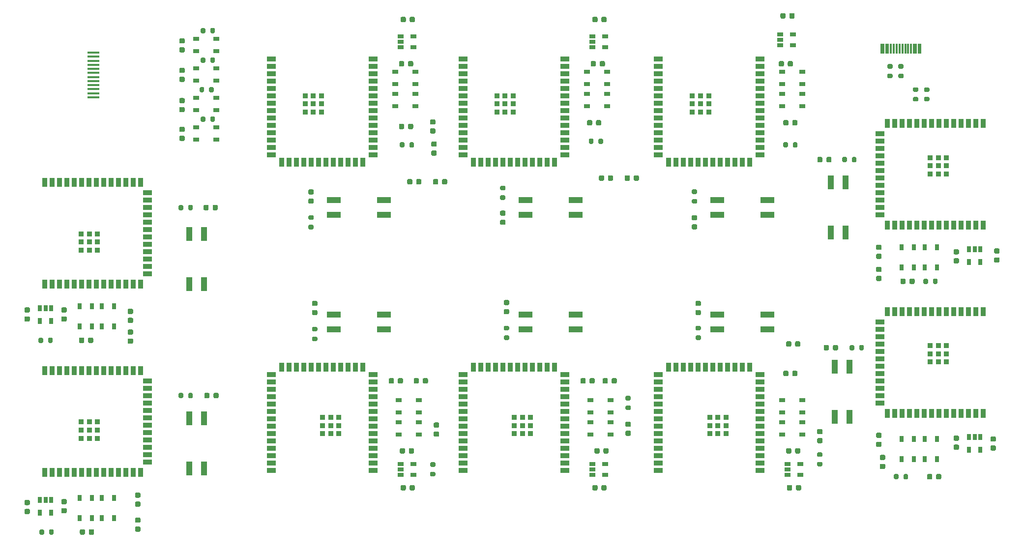
<source format=gbr>
%TF.GenerationSoftware,KiCad,Pcbnew,(5.1.12)-1*%
%TF.CreationDate,2022-05-26T18:44:23+02:00*%
%TF.ProjectId,esp32solarminer,65737033-3273-46f6-9c61-726d696e6572,0.3*%
%TF.SameCoordinates,Original*%
%TF.FileFunction,Paste,Top*%
%TF.FilePolarity,Positive*%
%FSLAX46Y46*%
G04 Gerber Fmt 4.6, Leading zero omitted, Abs format (unit mm)*
G04 Created by KiCad (PCBNEW (5.1.12)-1) date 2022-05-26 18:44:23*
%MOMM*%
%LPD*%
G01*
G04 APERTURE LIST*
%ADD10R,0.300000X1.750000*%
%ADD11R,1.120000X2.440000*%
%ADD12R,2.440000X1.120000*%
%ADD13R,1.050000X0.650000*%
%ADD14R,0.650000X1.050000*%
%ADD15R,0.900000X0.900000*%
%ADD16R,0.900000X1.500000*%
%ADD17R,1.500000X0.900000*%
%ADD18R,0.650000X1.060000*%
%ADD19R,1.060000X0.650000*%
%ADD20R,2.000000X0.350000*%
G04 APERTURE END LIST*
%TO.C,C101*%
G36*
G01*
X42795000Y-72065000D02*
X42295000Y-72065000D01*
G75*
G02*
X42070000Y-71840000I0J225000D01*
G01*
X42070000Y-71390000D01*
G75*
G02*
X42295000Y-71165000I225000J0D01*
G01*
X42795000Y-71165000D01*
G75*
G02*
X43020000Y-71390000I0J-225000D01*
G01*
X43020000Y-71840000D01*
G75*
G02*
X42795000Y-72065000I-225000J0D01*
G01*
G37*
G36*
G01*
X42795000Y-73615000D02*
X42295000Y-73615000D01*
G75*
G02*
X42070000Y-73390000I0J225000D01*
G01*
X42070000Y-72940000D01*
G75*
G02*
X42295000Y-72715000I225000J0D01*
G01*
X42795000Y-72715000D01*
G75*
G02*
X43020000Y-72940000I0J-225000D01*
G01*
X43020000Y-73390000D01*
G75*
G02*
X42795000Y-73615000I-225000J0D01*
G01*
G37*
%TD*%
%TO.C,C102*%
G36*
G01*
X175850000Y-101985000D02*
X175850000Y-102485000D01*
G75*
G02*
X175625000Y-102710000I-225000J0D01*
G01*
X175175000Y-102710000D01*
G75*
G02*
X174950000Y-102485000I0J225000D01*
G01*
X174950000Y-101985000D01*
G75*
G02*
X175175000Y-101760000I225000J0D01*
G01*
X175625000Y-101760000D01*
G75*
G02*
X175850000Y-101985000I0J-225000D01*
G01*
G37*
G36*
G01*
X174300000Y-101985000D02*
X174300000Y-102485000D01*
G75*
G02*
X174075000Y-102710000I-225000J0D01*
G01*
X173625000Y-102710000D01*
G75*
G02*
X173400000Y-102485000I0J225000D01*
G01*
X173400000Y-101985000D01*
G75*
G02*
X173625000Y-101760000I225000J0D01*
G01*
X174075000Y-101760000D01*
G75*
G02*
X174300000Y-101985000I0J-225000D01*
G01*
G37*
%TD*%
%TO.C,C103*%
G36*
G01*
X140785000Y-21340000D02*
X140785000Y-21840000D01*
G75*
G02*
X140560000Y-22065000I-225000J0D01*
G01*
X140110000Y-22065000D01*
G75*
G02*
X139885000Y-21840000I0J225000D01*
G01*
X139885000Y-21340000D01*
G75*
G02*
X140110000Y-21115000I225000J0D01*
G01*
X140560000Y-21115000D01*
G75*
G02*
X140785000Y-21340000I0J-225000D01*
G01*
G37*
G36*
G01*
X142335000Y-21340000D02*
X142335000Y-21840000D01*
G75*
G02*
X142110000Y-22065000I-225000J0D01*
G01*
X141660000Y-22065000D01*
G75*
G02*
X141435000Y-21840000I0J225000D01*
G01*
X141435000Y-21340000D01*
G75*
G02*
X141660000Y-21115000I225000J0D01*
G01*
X142110000Y-21115000D01*
G75*
G02*
X142335000Y-21340000I0J-225000D01*
G01*
G37*
%TD*%
%TO.C,C104*%
G36*
G01*
X140520000Y-39620000D02*
X140520000Y-39120000D01*
G75*
G02*
X140745000Y-38895000I225000J0D01*
G01*
X141195000Y-38895000D01*
G75*
G02*
X141420000Y-39120000I0J-225000D01*
G01*
X141420000Y-39620000D01*
G75*
G02*
X141195000Y-39845000I-225000J0D01*
G01*
X140745000Y-39845000D01*
G75*
G02*
X140520000Y-39620000I0J225000D01*
G01*
G37*
G36*
G01*
X138970000Y-39620000D02*
X138970000Y-39120000D01*
G75*
G02*
X139195000Y-38895000I225000J0D01*
G01*
X139645000Y-38895000D01*
G75*
G02*
X139870000Y-39120000I0J-225000D01*
G01*
X139870000Y-39620000D01*
G75*
G02*
X139645000Y-39845000I-225000J0D01*
G01*
X139195000Y-39845000D01*
G75*
G02*
X138970000Y-39620000I0J225000D01*
G01*
G37*
%TD*%
%TO.C,C105*%
G36*
G01*
X52380000Y-76585000D02*
X52380000Y-77085000D01*
G75*
G02*
X52155000Y-77310000I-225000J0D01*
G01*
X51705000Y-77310000D01*
G75*
G02*
X51480000Y-77085000I0J225000D01*
G01*
X51480000Y-76585000D01*
G75*
G02*
X51705000Y-76360000I225000J0D01*
G01*
X52155000Y-76360000D01*
G75*
G02*
X52380000Y-76585000I0J-225000D01*
G01*
G37*
G36*
G01*
X53930000Y-76585000D02*
X53930000Y-77085000D01*
G75*
G02*
X53705000Y-77310000I-225000J0D01*
G01*
X53255000Y-77310000D01*
G75*
G02*
X53030000Y-77085000I0J225000D01*
G01*
X53030000Y-76585000D01*
G75*
G02*
X53255000Y-76360000I225000J0D01*
G01*
X53705000Y-76360000D01*
G75*
G02*
X53930000Y-76585000I0J-225000D01*
G01*
G37*
%TD*%
%TO.C,C106*%
G36*
G01*
X179320000Y-93020000D02*
X178820000Y-93020000D01*
G75*
G02*
X178595000Y-92795000I0J225000D01*
G01*
X178595000Y-92345000D01*
G75*
G02*
X178820000Y-92120000I225000J0D01*
G01*
X179320000Y-92120000D01*
G75*
G02*
X179545000Y-92345000I0J-225000D01*
G01*
X179545000Y-92795000D01*
G75*
G02*
X179320000Y-93020000I-225000J0D01*
G01*
G37*
G36*
G01*
X179320000Y-94570000D02*
X178820000Y-94570000D01*
G75*
G02*
X178595000Y-94345000I0J225000D01*
G01*
X178595000Y-93895000D01*
G75*
G02*
X178820000Y-93670000I225000J0D01*
G01*
X179320000Y-93670000D01*
G75*
G02*
X179545000Y-93895000I0J-225000D01*
G01*
X179545000Y-94345000D01*
G75*
G02*
X179320000Y-94570000I-225000J0D01*
G01*
G37*
%TD*%
%TO.C,C107*%
G36*
G01*
X48645000Y-72715000D02*
X49145000Y-72715000D01*
G75*
G02*
X49370000Y-72940000I0J-225000D01*
G01*
X49370000Y-73390000D01*
G75*
G02*
X49145000Y-73615000I-225000J0D01*
G01*
X48645000Y-73615000D01*
G75*
G02*
X48420000Y-73390000I0J225000D01*
G01*
X48420000Y-72940000D01*
G75*
G02*
X48645000Y-72715000I225000J0D01*
G01*
G37*
G36*
G01*
X48645000Y-71165000D02*
X49145000Y-71165000D01*
G75*
G02*
X49370000Y-71390000I0J-225000D01*
G01*
X49370000Y-71840000D01*
G75*
G02*
X49145000Y-72065000I-225000J0D01*
G01*
X48645000Y-72065000D01*
G75*
G02*
X48420000Y-71840000I0J225000D01*
G01*
X48420000Y-71390000D01*
G75*
G02*
X48645000Y-71165000I225000J0D01*
G01*
G37*
%TD*%
%TO.C,C108*%
G36*
G01*
X173260000Y-96135000D02*
X173260000Y-95635000D01*
G75*
G02*
X173485000Y-95410000I225000J0D01*
G01*
X173935000Y-95410000D01*
G75*
G02*
X174160000Y-95635000I0J-225000D01*
G01*
X174160000Y-96135000D01*
G75*
G02*
X173935000Y-96360000I-225000J0D01*
G01*
X173485000Y-96360000D01*
G75*
G02*
X173260000Y-96135000I0J225000D01*
G01*
G37*
G36*
G01*
X174810000Y-96135000D02*
X174810000Y-95635000D01*
G75*
G02*
X175035000Y-95410000I225000J0D01*
G01*
X175485000Y-95410000D01*
G75*
G02*
X175710000Y-95635000I0J-225000D01*
G01*
X175710000Y-96135000D01*
G75*
G02*
X175485000Y-96360000I-225000J0D01*
G01*
X175035000Y-96360000D01*
G75*
G02*
X174810000Y-96135000I0J225000D01*
G01*
G37*
%TD*%
%TO.C,C109*%
G36*
G01*
X139605000Y-29460000D02*
X139605000Y-28960000D01*
G75*
G02*
X139830000Y-28735000I225000J0D01*
G01*
X140280000Y-28735000D01*
G75*
G02*
X140505000Y-28960000I0J-225000D01*
G01*
X140505000Y-29460000D01*
G75*
G02*
X140280000Y-29685000I-225000J0D01*
G01*
X139830000Y-29685000D01*
G75*
G02*
X139605000Y-29460000I0J225000D01*
G01*
G37*
G36*
G01*
X141155000Y-29460000D02*
X141155000Y-28960000D01*
G75*
G02*
X141380000Y-28735000I225000J0D01*
G01*
X141830000Y-28735000D01*
G75*
G02*
X142055000Y-28960000I0J-225000D01*
G01*
X142055000Y-29460000D01*
G75*
G02*
X141830000Y-29685000I-225000J0D01*
G01*
X141380000Y-29685000D01*
G75*
G02*
X141155000Y-29460000I0J225000D01*
G01*
G37*
%TD*%
%TO.C,C110*%
G36*
G01*
X60075000Y-72960000D02*
X60575000Y-72960000D01*
G75*
G02*
X60800000Y-73185000I0J-225000D01*
G01*
X60800000Y-73635000D01*
G75*
G02*
X60575000Y-73860000I-225000J0D01*
G01*
X60075000Y-73860000D01*
G75*
G02*
X59850000Y-73635000I0J225000D01*
G01*
X59850000Y-73185000D01*
G75*
G02*
X60075000Y-72960000I225000J0D01*
G01*
G37*
G36*
G01*
X60075000Y-71410000D02*
X60575000Y-71410000D01*
G75*
G02*
X60800000Y-71635000I0J-225000D01*
G01*
X60800000Y-72085000D01*
G75*
G02*
X60575000Y-72310000I-225000J0D01*
G01*
X60075000Y-72310000D01*
G75*
G02*
X59850000Y-72085000I0J225000D01*
G01*
X59850000Y-71635000D01*
G75*
G02*
X60075000Y-71410000I225000J0D01*
G01*
G37*
%TD*%
%TO.C,C111*%
G36*
G01*
X173665000Y-82300000D02*
X173665000Y-82800000D01*
G75*
G02*
X173440000Y-83025000I-225000J0D01*
G01*
X172990000Y-83025000D01*
G75*
G02*
X172765000Y-82800000I0J225000D01*
G01*
X172765000Y-82300000D01*
G75*
G02*
X172990000Y-82075000I225000J0D01*
G01*
X173440000Y-82075000D01*
G75*
G02*
X173665000Y-82300000I0J-225000D01*
G01*
G37*
G36*
G01*
X175215000Y-82300000D02*
X175215000Y-82800000D01*
G75*
G02*
X174990000Y-83025000I-225000J0D01*
G01*
X174540000Y-83025000D01*
G75*
G02*
X174315000Y-82800000I0J225000D01*
G01*
X174315000Y-82300000D01*
G75*
G02*
X174540000Y-82075000I225000J0D01*
G01*
X174990000Y-82075000D01*
G75*
G02*
X175215000Y-82300000I0J-225000D01*
G01*
G37*
%TD*%
%TO.C,C112*%
G36*
G01*
X60075000Y-76525000D02*
X60575000Y-76525000D01*
G75*
G02*
X60800000Y-76750000I0J-225000D01*
G01*
X60800000Y-77200000D01*
G75*
G02*
X60575000Y-77425000I-225000J0D01*
G01*
X60075000Y-77425000D01*
G75*
G02*
X59850000Y-77200000I0J225000D01*
G01*
X59850000Y-76750000D01*
G75*
G02*
X60075000Y-76525000I225000J0D01*
G01*
G37*
G36*
G01*
X60075000Y-74975000D02*
X60575000Y-74975000D01*
G75*
G02*
X60800000Y-75200000I0J-225000D01*
G01*
X60800000Y-75650000D01*
G75*
G02*
X60575000Y-75875000I-225000J0D01*
G01*
X60075000Y-75875000D01*
G75*
G02*
X59850000Y-75650000I0J225000D01*
G01*
X59850000Y-75200000D01*
G75*
G02*
X60075000Y-74975000I225000J0D01*
G01*
G37*
%TD*%
%TO.C,C113*%
G36*
G01*
X174160000Y-77220000D02*
X174160000Y-77720000D01*
G75*
G02*
X173935000Y-77945000I-225000J0D01*
G01*
X173485000Y-77945000D01*
G75*
G02*
X173260000Y-77720000I0J225000D01*
G01*
X173260000Y-77220000D01*
G75*
G02*
X173485000Y-76995000I225000J0D01*
G01*
X173935000Y-76995000D01*
G75*
G02*
X174160000Y-77220000I0J-225000D01*
G01*
G37*
G36*
G01*
X175710000Y-77220000D02*
X175710000Y-77720000D01*
G75*
G02*
X175485000Y-77945000I-225000J0D01*
G01*
X175035000Y-77945000D01*
G75*
G02*
X174810000Y-77720000I0J225000D01*
G01*
X174810000Y-77220000D01*
G75*
G02*
X175035000Y-76995000I225000J0D01*
G01*
X175485000Y-76995000D01*
G75*
G02*
X175710000Y-77220000I0J-225000D01*
G01*
G37*
%TD*%
%TO.C,C114*%
G36*
G01*
X112440000Y-49780000D02*
X112440000Y-49280000D01*
G75*
G02*
X112665000Y-49055000I225000J0D01*
G01*
X113115000Y-49055000D01*
G75*
G02*
X113340000Y-49280000I0J-225000D01*
G01*
X113340000Y-49780000D01*
G75*
G02*
X113115000Y-50005000I-225000J0D01*
G01*
X112665000Y-50005000D01*
G75*
G02*
X112440000Y-49780000I0J225000D01*
G01*
G37*
G36*
G01*
X113990000Y-49780000D02*
X113990000Y-49280000D01*
G75*
G02*
X114215000Y-49055000I225000J0D01*
G01*
X114665000Y-49055000D01*
G75*
G02*
X114890000Y-49280000I0J-225000D01*
G01*
X114890000Y-49780000D01*
G75*
G02*
X114665000Y-50005000I-225000J0D01*
G01*
X114215000Y-50005000D01*
G75*
G02*
X113990000Y-49780000I0J225000D01*
G01*
G37*
%TD*%
%TO.C,C115*%
G36*
G01*
X107995000Y-49780000D02*
X107995000Y-49280000D01*
G75*
G02*
X108220000Y-49055000I225000J0D01*
G01*
X108670000Y-49055000D01*
G75*
G02*
X108895000Y-49280000I0J-225000D01*
G01*
X108895000Y-49780000D01*
G75*
G02*
X108670000Y-50005000I-225000J0D01*
G01*
X108220000Y-50005000D01*
G75*
G02*
X107995000Y-49780000I0J225000D01*
G01*
G37*
G36*
G01*
X109545000Y-49780000D02*
X109545000Y-49280000D01*
G75*
G02*
X109770000Y-49055000I225000J0D01*
G01*
X110220000Y-49055000D01*
G75*
G02*
X110445000Y-49280000I0J-225000D01*
G01*
X110445000Y-49780000D01*
G75*
G02*
X110220000Y-50005000I-225000J0D01*
G01*
X109770000Y-50005000D01*
G75*
G02*
X109545000Y-49780000I0J225000D01*
G01*
G37*
%TD*%
%TO.C,C116*%
G36*
G01*
X42795000Y-105225000D02*
X42295000Y-105225000D01*
G75*
G02*
X42070000Y-105000000I0J225000D01*
G01*
X42070000Y-104550000D01*
G75*
G02*
X42295000Y-104325000I225000J0D01*
G01*
X42795000Y-104325000D01*
G75*
G02*
X43020000Y-104550000I0J-225000D01*
G01*
X43020000Y-105000000D01*
G75*
G02*
X42795000Y-105225000I-225000J0D01*
G01*
G37*
G36*
G01*
X42795000Y-106775000D02*
X42295000Y-106775000D01*
G75*
G02*
X42070000Y-106550000I0J225000D01*
G01*
X42070000Y-106100000D01*
G75*
G02*
X42295000Y-105875000I225000J0D01*
G01*
X42795000Y-105875000D01*
G75*
G02*
X43020000Y-106100000I0J-225000D01*
G01*
X43020000Y-106550000D01*
G75*
G02*
X42795000Y-106775000I-225000J0D01*
G01*
G37*
%TD*%
%TO.C,C117*%
G36*
G01*
X208665000Y-93390000D02*
X209165000Y-93390000D01*
G75*
G02*
X209390000Y-93615000I0J-225000D01*
G01*
X209390000Y-94065000D01*
G75*
G02*
X209165000Y-94290000I-225000J0D01*
G01*
X208665000Y-94290000D01*
G75*
G02*
X208440000Y-94065000I0J225000D01*
G01*
X208440000Y-93615000D01*
G75*
G02*
X208665000Y-93390000I225000J0D01*
G01*
G37*
G36*
G01*
X208665000Y-94940000D02*
X209165000Y-94940000D01*
G75*
G02*
X209390000Y-95165000I0J-225000D01*
G01*
X209390000Y-95615000D01*
G75*
G02*
X209165000Y-95840000I-225000J0D01*
G01*
X208665000Y-95840000D01*
G75*
G02*
X208440000Y-95615000I0J225000D01*
G01*
X208440000Y-95165000D01*
G75*
G02*
X208665000Y-94940000I225000J0D01*
G01*
G37*
%TD*%
%TO.C,C118*%
G36*
G01*
X54070000Y-109605000D02*
X54070000Y-110105000D01*
G75*
G02*
X53845000Y-110330000I-225000J0D01*
G01*
X53395000Y-110330000D01*
G75*
G02*
X53170000Y-110105000I0J225000D01*
G01*
X53170000Y-109605000D01*
G75*
G02*
X53395000Y-109380000I225000J0D01*
G01*
X53845000Y-109380000D01*
G75*
G02*
X54070000Y-109605000I0J-225000D01*
G01*
G37*
G36*
G01*
X52520000Y-109605000D02*
X52520000Y-110105000D01*
G75*
G02*
X52295000Y-110330000I-225000J0D01*
G01*
X51845000Y-110330000D01*
G75*
G02*
X51620000Y-110105000I0J225000D01*
G01*
X51620000Y-109605000D01*
G75*
G02*
X51845000Y-109380000I225000J0D01*
G01*
X52295000Y-109380000D01*
G75*
G02*
X52520000Y-109605000I0J-225000D01*
G01*
G37*
%TD*%
%TO.C,C119*%
G36*
G01*
X199080000Y-100580000D02*
X199080000Y-100080000D01*
G75*
G02*
X199305000Y-99855000I225000J0D01*
G01*
X199755000Y-99855000D01*
G75*
G02*
X199980000Y-100080000I0J-225000D01*
G01*
X199980000Y-100580000D01*
G75*
G02*
X199755000Y-100805000I-225000J0D01*
G01*
X199305000Y-100805000D01*
G75*
G02*
X199080000Y-100580000I0J225000D01*
G01*
G37*
G36*
G01*
X197530000Y-100580000D02*
X197530000Y-100080000D01*
G75*
G02*
X197755000Y-99855000I225000J0D01*
G01*
X198205000Y-99855000D01*
G75*
G02*
X198430000Y-100080000I0J-225000D01*
G01*
X198430000Y-100580000D01*
G75*
G02*
X198205000Y-100805000I-225000J0D01*
G01*
X197755000Y-100805000D01*
G75*
G02*
X197530000Y-100580000I0J225000D01*
G01*
G37*
%TD*%
%TO.C,C120*%
G36*
G01*
X109315000Y-21340000D02*
X109315000Y-21840000D01*
G75*
G02*
X109090000Y-22065000I-225000J0D01*
G01*
X108640000Y-22065000D01*
G75*
G02*
X108415000Y-21840000I0J225000D01*
G01*
X108415000Y-21340000D01*
G75*
G02*
X108640000Y-21115000I225000J0D01*
G01*
X109090000Y-21115000D01*
G75*
G02*
X109315000Y-21340000I0J-225000D01*
G01*
G37*
G36*
G01*
X107765000Y-21340000D02*
X107765000Y-21840000D01*
G75*
G02*
X107540000Y-22065000I-225000J0D01*
G01*
X107090000Y-22065000D01*
G75*
G02*
X106865000Y-21840000I0J225000D01*
G01*
X106865000Y-21340000D01*
G75*
G02*
X107090000Y-21115000I225000J0D01*
G01*
X107540000Y-21115000D01*
G75*
G02*
X107765000Y-21340000I0J-225000D01*
G01*
G37*
%TD*%
%TO.C,C121*%
G36*
G01*
X108135000Y-40255000D02*
X108135000Y-39755000D01*
G75*
G02*
X108360000Y-39530000I225000J0D01*
G01*
X108810000Y-39530000D01*
G75*
G02*
X109035000Y-39755000I0J-225000D01*
G01*
X109035000Y-40255000D01*
G75*
G02*
X108810000Y-40480000I-225000J0D01*
G01*
X108360000Y-40480000D01*
G75*
G02*
X108135000Y-40255000I0J225000D01*
G01*
G37*
G36*
G01*
X106585000Y-40255000D02*
X106585000Y-39755000D01*
G75*
G02*
X106810000Y-39530000I225000J0D01*
G01*
X107260000Y-39530000D01*
G75*
G02*
X107485000Y-39755000I0J-225000D01*
G01*
X107485000Y-40255000D01*
G75*
G02*
X107260000Y-40480000I-225000J0D01*
G01*
X106810000Y-40480000D01*
G75*
G02*
X106585000Y-40255000I0J225000D01*
G01*
G37*
%TD*%
%TO.C,C122*%
G36*
G01*
X48645000Y-104185000D02*
X49145000Y-104185000D01*
G75*
G02*
X49370000Y-104410000I0J-225000D01*
G01*
X49370000Y-104860000D01*
G75*
G02*
X49145000Y-105085000I-225000J0D01*
G01*
X48645000Y-105085000D01*
G75*
G02*
X48420000Y-104860000I0J225000D01*
G01*
X48420000Y-104410000D01*
G75*
G02*
X48645000Y-104185000I225000J0D01*
G01*
G37*
G36*
G01*
X48645000Y-105735000D02*
X49145000Y-105735000D01*
G75*
G02*
X49370000Y-105960000I0J-225000D01*
G01*
X49370000Y-106410000D01*
G75*
G02*
X49145000Y-106635000I-225000J0D01*
G01*
X48645000Y-106635000D01*
G75*
G02*
X48420000Y-106410000I0J225000D01*
G01*
X48420000Y-105960000D01*
G75*
G02*
X48645000Y-105735000I225000J0D01*
G01*
G37*
%TD*%
%TO.C,C123*%
G36*
G01*
X202315000Y-94800000D02*
X202815000Y-94800000D01*
G75*
G02*
X203040000Y-95025000I0J-225000D01*
G01*
X203040000Y-95475000D01*
G75*
G02*
X202815000Y-95700000I-225000J0D01*
G01*
X202315000Y-95700000D01*
G75*
G02*
X202090000Y-95475000I0J225000D01*
G01*
X202090000Y-95025000D01*
G75*
G02*
X202315000Y-94800000I225000J0D01*
G01*
G37*
G36*
G01*
X202315000Y-93250000D02*
X202815000Y-93250000D01*
G75*
G02*
X203040000Y-93475000I0J-225000D01*
G01*
X203040000Y-93925000D01*
G75*
G02*
X202815000Y-94150000I-225000J0D01*
G01*
X202315000Y-94150000D01*
G75*
G02*
X202090000Y-93925000I0J225000D01*
G01*
X202090000Y-93475000D01*
G75*
G02*
X202315000Y-93250000I225000J0D01*
G01*
G37*
%TD*%
%TO.C,C124*%
G36*
G01*
X108135000Y-29460000D02*
X108135000Y-28960000D01*
G75*
G02*
X108360000Y-28735000I225000J0D01*
G01*
X108810000Y-28735000D01*
G75*
G02*
X109035000Y-28960000I0J-225000D01*
G01*
X109035000Y-29460000D01*
G75*
G02*
X108810000Y-29685000I-225000J0D01*
G01*
X108360000Y-29685000D01*
G75*
G02*
X108135000Y-29460000I0J225000D01*
G01*
G37*
G36*
G01*
X106585000Y-29460000D02*
X106585000Y-28960000D01*
G75*
G02*
X106810000Y-28735000I225000J0D01*
G01*
X107260000Y-28735000D01*
G75*
G02*
X107485000Y-28960000I0J-225000D01*
G01*
X107485000Y-29460000D01*
G75*
G02*
X107260000Y-29685000I-225000J0D01*
G01*
X106810000Y-29685000D01*
G75*
G02*
X106585000Y-29460000I0J225000D01*
G01*
G37*
%TD*%
%TO.C,C125*%
G36*
G01*
X61345000Y-104605000D02*
X61845000Y-104605000D01*
G75*
G02*
X62070000Y-104830000I0J-225000D01*
G01*
X62070000Y-105280000D01*
G75*
G02*
X61845000Y-105505000I-225000J0D01*
G01*
X61345000Y-105505000D01*
G75*
G02*
X61120000Y-105280000I0J225000D01*
G01*
X61120000Y-104830000D01*
G75*
G02*
X61345000Y-104605000I225000J0D01*
G01*
G37*
G36*
G01*
X61345000Y-103055000D02*
X61845000Y-103055000D01*
G75*
G02*
X62070000Y-103280000I0J-225000D01*
G01*
X62070000Y-103730000D01*
G75*
G02*
X61845000Y-103955000I-225000J0D01*
G01*
X61345000Y-103955000D01*
G75*
G02*
X61120000Y-103730000I0J225000D01*
G01*
X61120000Y-103280000D01*
G75*
G02*
X61345000Y-103055000I225000J0D01*
G01*
G37*
%TD*%
%TO.C,C126*%
G36*
G01*
X190115000Y-97465000D02*
X189615000Y-97465000D01*
G75*
G02*
X189390000Y-97240000I0J225000D01*
G01*
X189390000Y-96790000D01*
G75*
G02*
X189615000Y-96565000I225000J0D01*
G01*
X190115000Y-96565000D01*
G75*
G02*
X190340000Y-96790000I0J-225000D01*
G01*
X190340000Y-97240000D01*
G75*
G02*
X190115000Y-97465000I-225000J0D01*
G01*
G37*
G36*
G01*
X190115000Y-99015000D02*
X189615000Y-99015000D01*
G75*
G02*
X189390000Y-98790000I0J225000D01*
G01*
X189390000Y-98340000D01*
G75*
G02*
X189615000Y-98115000I225000J0D01*
G01*
X190115000Y-98115000D01*
G75*
G02*
X190340000Y-98340000I0J-225000D01*
G01*
X190340000Y-98790000D01*
G75*
G02*
X190115000Y-99015000I-225000J0D01*
G01*
G37*
%TD*%
%TO.C,C127*%
G36*
G01*
X61345000Y-107360000D02*
X61845000Y-107360000D01*
G75*
G02*
X62070000Y-107585000I0J-225000D01*
G01*
X62070000Y-108035000D01*
G75*
G02*
X61845000Y-108260000I-225000J0D01*
G01*
X61345000Y-108260000D01*
G75*
G02*
X61120000Y-108035000I0J225000D01*
G01*
X61120000Y-107585000D01*
G75*
G02*
X61345000Y-107360000I225000J0D01*
G01*
G37*
G36*
G01*
X61345000Y-108910000D02*
X61845000Y-108910000D01*
G75*
G02*
X62070000Y-109135000I0J-225000D01*
G01*
X62070000Y-109585000D01*
G75*
G02*
X61845000Y-109810000I-225000J0D01*
G01*
X61345000Y-109810000D01*
G75*
G02*
X61120000Y-109585000I0J225000D01*
G01*
X61120000Y-109135000D01*
G75*
G02*
X61345000Y-108910000I225000J0D01*
G01*
G37*
%TD*%
%TO.C,C128*%
G36*
G01*
X189480000Y-93655000D02*
X188980000Y-93655000D01*
G75*
G02*
X188755000Y-93430000I0J225000D01*
G01*
X188755000Y-92980000D01*
G75*
G02*
X188980000Y-92755000I225000J0D01*
G01*
X189480000Y-92755000D01*
G75*
G02*
X189705000Y-92980000I0J-225000D01*
G01*
X189705000Y-93430000D01*
G75*
G02*
X189480000Y-93655000I-225000J0D01*
G01*
G37*
G36*
G01*
X189480000Y-95205000D02*
X188980000Y-95205000D01*
G75*
G02*
X188755000Y-94980000I0J225000D01*
G01*
X188755000Y-94530000D01*
G75*
G02*
X188980000Y-94305000I225000J0D01*
G01*
X189480000Y-94305000D01*
G75*
G02*
X189705000Y-94530000I0J-225000D01*
G01*
X189705000Y-94980000D01*
G75*
G02*
X189480000Y-95205000I-225000J0D01*
G01*
G37*
%TD*%
%TO.C,C129*%
G36*
G01*
X112645000Y-39680000D02*
X112145000Y-39680000D01*
G75*
G02*
X111920000Y-39455000I0J225000D01*
G01*
X111920000Y-39005000D01*
G75*
G02*
X112145000Y-38780000I225000J0D01*
G01*
X112645000Y-38780000D01*
G75*
G02*
X112870000Y-39005000I0J-225000D01*
G01*
X112870000Y-39455000D01*
G75*
G02*
X112645000Y-39680000I-225000J0D01*
G01*
G37*
G36*
G01*
X112645000Y-41230000D02*
X112145000Y-41230000D01*
G75*
G02*
X111920000Y-41005000I0J225000D01*
G01*
X111920000Y-40555000D01*
G75*
G02*
X112145000Y-40330000I225000J0D01*
G01*
X112645000Y-40330000D01*
G75*
G02*
X112870000Y-40555000I0J-225000D01*
G01*
X112870000Y-41005000D01*
G75*
G02*
X112645000Y-41230000I-225000J0D01*
G01*
G37*
%TD*%
%TO.C,C130*%
G36*
G01*
X112860000Y-45035000D02*
X112360000Y-45035000D01*
G75*
G02*
X112135000Y-44810000I0J225000D01*
G01*
X112135000Y-44360000D01*
G75*
G02*
X112360000Y-44135000I225000J0D01*
G01*
X112860000Y-44135000D01*
G75*
G02*
X113085000Y-44360000I0J-225000D01*
G01*
X113085000Y-44810000D01*
G75*
G02*
X112860000Y-45035000I-225000J0D01*
G01*
G37*
G36*
G01*
X112860000Y-43485000D02*
X112360000Y-43485000D01*
G75*
G02*
X112135000Y-43260000I0J225000D01*
G01*
X112135000Y-42810000D01*
G75*
G02*
X112360000Y-42585000I225000J0D01*
G01*
X112860000Y-42585000D01*
G75*
G02*
X113085000Y-42810000I0J-225000D01*
G01*
X113085000Y-43260000D01*
G75*
G02*
X112860000Y-43485000I-225000J0D01*
G01*
G37*
%TD*%
%TO.C,C131*%
G36*
G01*
X107765000Y-101985000D02*
X107765000Y-102485000D01*
G75*
G02*
X107540000Y-102710000I-225000J0D01*
G01*
X107090000Y-102710000D01*
G75*
G02*
X106865000Y-102485000I0J225000D01*
G01*
X106865000Y-101985000D01*
G75*
G02*
X107090000Y-101760000I225000J0D01*
G01*
X107540000Y-101760000D01*
G75*
G02*
X107765000Y-101985000I0J-225000D01*
G01*
G37*
G36*
G01*
X109315000Y-101985000D02*
X109315000Y-102485000D01*
G75*
G02*
X109090000Y-102710000I-225000J0D01*
G01*
X108640000Y-102710000D01*
G75*
G02*
X108415000Y-102485000I0J225000D01*
G01*
X108415000Y-101985000D01*
G75*
G02*
X108640000Y-101760000I225000J0D01*
G01*
X109090000Y-101760000D01*
G75*
G02*
X109315000Y-101985000I0J-225000D01*
G01*
G37*
%TD*%
%TO.C,C132*%
G36*
G01*
X202815000Y-63595000D02*
X202315000Y-63595000D01*
G75*
G02*
X202090000Y-63370000I0J225000D01*
G01*
X202090000Y-62920000D01*
G75*
G02*
X202315000Y-62695000I225000J0D01*
G01*
X202815000Y-62695000D01*
G75*
G02*
X203040000Y-62920000I0J-225000D01*
G01*
X203040000Y-63370000D01*
G75*
G02*
X202815000Y-63595000I-225000J0D01*
G01*
G37*
G36*
G01*
X202815000Y-62045000D02*
X202315000Y-62045000D01*
G75*
G02*
X202090000Y-61820000I0J225000D01*
G01*
X202090000Y-61370000D01*
G75*
G02*
X202315000Y-61145000I225000J0D01*
G01*
X202815000Y-61145000D01*
G75*
G02*
X203040000Y-61370000I0J-225000D01*
G01*
X203040000Y-61820000D01*
G75*
G02*
X202815000Y-62045000I-225000J0D01*
G01*
G37*
%TD*%
%TO.C,C133*%
G36*
G01*
X113280000Y-93440000D02*
X112780000Y-93440000D01*
G75*
G02*
X112555000Y-93215000I0J225000D01*
G01*
X112555000Y-92765000D01*
G75*
G02*
X112780000Y-92540000I225000J0D01*
G01*
X113280000Y-92540000D01*
G75*
G02*
X113505000Y-92765000I0J-225000D01*
G01*
X113505000Y-93215000D01*
G75*
G02*
X113280000Y-93440000I-225000J0D01*
G01*
G37*
G36*
G01*
X113280000Y-91890000D02*
X112780000Y-91890000D01*
G75*
G02*
X112555000Y-91665000I0J225000D01*
G01*
X112555000Y-91215000D01*
G75*
G02*
X112780000Y-90990000I225000J0D01*
G01*
X113280000Y-90990000D01*
G75*
G02*
X113505000Y-91215000I0J-225000D01*
G01*
X113505000Y-91665000D01*
G75*
G02*
X113280000Y-91890000I-225000J0D01*
G01*
G37*
%TD*%
%TO.C,C134*%
G36*
G01*
X193845000Y-66425000D02*
X193845000Y-66925000D01*
G75*
G02*
X193620000Y-67150000I-225000J0D01*
G01*
X193170000Y-67150000D01*
G75*
G02*
X192945000Y-66925000I0J225000D01*
G01*
X192945000Y-66425000D01*
G75*
G02*
X193170000Y-66200000I225000J0D01*
G01*
X193620000Y-66200000D01*
G75*
G02*
X193845000Y-66425000I0J-225000D01*
G01*
G37*
G36*
G01*
X195395000Y-66425000D02*
X195395000Y-66925000D01*
G75*
G02*
X195170000Y-67150000I-225000J0D01*
G01*
X194720000Y-67150000D01*
G75*
G02*
X194495000Y-66925000I0J225000D01*
G01*
X194495000Y-66425000D01*
G75*
G02*
X194720000Y-66200000I225000J0D01*
G01*
X195170000Y-66200000D01*
G75*
G02*
X195395000Y-66425000I0J-225000D01*
G01*
G37*
%TD*%
%TO.C,C135*%
G36*
G01*
X69465000Y-27260000D02*
X68965000Y-27260000D01*
G75*
G02*
X68740000Y-27035000I0J225000D01*
G01*
X68740000Y-26585000D01*
G75*
G02*
X68965000Y-26360000I225000J0D01*
G01*
X69465000Y-26360000D01*
G75*
G02*
X69690000Y-26585000I0J-225000D01*
G01*
X69690000Y-27035000D01*
G75*
G02*
X69465000Y-27260000I-225000J0D01*
G01*
G37*
G36*
G01*
X69465000Y-25710000D02*
X68965000Y-25710000D01*
G75*
G02*
X68740000Y-25485000I0J225000D01*
G01*
X68740000Y-25035000D01*
G75*
G02*
X68965000Y-24810000I225000J0D01*
G01*
X69465000Y-24810000D01*
G75*
G02*
X69690000Y-25035000I0J-225000D01*
G01*
X69690000Y-25485000D01*
G75*
G02*
X69465000Y-25710000I-225000J0D01*
G01*
G37*
%TD*%
%TO.C,C136*%
G36*
G01*
X108275000Y-96135000D02*
X108275000Y-95635000D01*
G75*
G02*
X108500000Y-95410000I225000J0D01*
G01*
X108950000Y-95410000D01*
G75*
G02*
X109175000Y-95635000I0J-225000D01*
G01*
X109175000Y-96135000D01*
G75*
G02*
X108950000Y-96360000I-225000J0D01*
G01*
X108500000Y-96360000D01*
G75*
G02*
X108275000Y-96135000I0J225000D01*
G01*
G37*
G36*
G01*
X106725000Y-96135000D02*
X106725000Y-95635000D01*
G75*
G02*
X106950000Y-95410000I225000J0D01*
G01*
X107400000Y-95410000D01*
G75*
G02*
X107625000Y-95635000I0J-225000D01*
G01*
X107625000Y-96135000D01*
G75*
G02*
X107400000Y-96360000I-225000J0D01*
G01*
X106950000Y-96360000D01*
G75*
G02*
X106725000Y-96135000I0J225000D01*
G01*
G37*
%TD*%
%TO.C,C137*%
G36*
G01*
X209300000Y-62555000D02*
X209800000Y-62555000D01*
G75*
G02*
X210025000Y-62780000I0J-225000D01*
G01*
X210025000Y-63230000D01*
G75*
G02*
X209800000Y-63455000I-225000J0D01*
G01*
X209300000Y-63455000D01*
G75*
G02*
X209075000Y-63230000I0J225000D01*
G01*
X209075000Y-62780000D01*
G75*
G02*
X209300000Y-62555000I225000J0D01*
G01*
G37*
G36*
G01*
X209300000Y-61005000D02*
X209800000Y-61005000D01*
G75*
G02*
X210025000Y-61230000I0J-225000D01*
G01*
X210025000Y-61680000D01*
G75*
G02*
X209800000Y-61905000I-225000J0D01*
G01*
X209300000Y-61905000D01*
G75*
G02*
X209075000Y-61680000I0J225000D01*
G01*
X209075000Y-61230000D01*
G75*
G02*
X209300000Y-61005000I225000J0D01*
G01*
G37*
%TD*%
%TO.C,C138*%
G36*
G01*
X69465000Y-32340000D02*
X68965000Y-32340000D01*
G75*
G02*
X68740000Y-32115000I0J225000D01*
G01*
X68740000Y-31665000D01*
G75*
G02*
X68965000Y-31440000I225000J0D01*
G01*
X69465000Y-31440000D01*
G75*
G02*
X69690000Y-31665000I0J-225000D01*
G01*
X69690000Y-32115000D01*
G75*
G02*
X69465000Y-32340000I-225000J0D01*
G01*
G37*
G36*
G01*
X69465000Y-30790000D02*
X68965000Y-30790000D01*
G75*
G02*
X68740000Y-30565000I0J225000D01*
G01*
X68740000Y-30115000D01*
G75*
G02*
X68965000Y-29890000I225000J0D01*
G01*
X69465000Y-29890000D01*
G75*
G02*
X69690000Y-30115000I0J-225000D01*
G01*
X69690000Y-30565000D01*
G75*
G02*
X69465000Y-30790000I-225000J0D01*
G01*
G37*
%TD*%
%TO.C,C139*%
G36*
G01*
X69465000Y-37560000D02*
X68965000Y-37560000D01*
G75*
G02*
X68740000Y-37335000I0J225000D01*
G01*
X68740000Y-36885000D01*
G75*
G02*
X68965000Y-36660000I225000J0D01*
G01*
X69465000Y-36660000D01*
G75*
G02*
X69690000Y-36885000I0J-225000D01*
G01*
X69690000Y-37335000D01*
G75*
G02*
X69465000Y-37560000I-225000J0D01*
G01*
G37*
G36*
G01*
X69465000Y-36010000D02*
X68965000Y-36010000D01*
G75*
G02*
X68740000Y-35785000I0J225000D01*
G01*
X68740000Y-35335000D01*
G75*
G02*
X68965000Y-35110000I225000J0D01*
G01*
X69465000Y-35110000D01*
G75*
G02*
X69690000Y-35335000I0J-225000D01*
G01*
X69690000Y-35785000D01*
G75*
G02*
X69465000Y-36010000I-225000J0D01*
G01*
G37*
%TD*%
%TO.C,C140*%
G36*
G01*
X104820000Y-84070000D02*
X104820000Y-83570000D01*
G75*
G02*
X105045000Y-83345000I225000J0D01*
G01*
X105495000Y-83345000D01*
G75*
G02*
X105720000Y-83570000I0J-225000D01*
G01*
X105720000Y-84070000D01*
G75*
G02*
X105495000Y-84295000I-225000J0D01*
G01*
X105045000Y-84295000D01*
G75*
G02*
X104820000Y-84070000I0J225000D01*
G01*
G37*
G36*
G01*
X106370000Y-84070000D02*
X106370000Y-83570000D01*
G75*
G02*
X106595000Y-83345000I225000J0D01*
G01*
X107045000Y-83345000D01*
G75*
G02*
X107270000Y-83570000I0J-225000D01*
G01*
X107270000Y-84070000D01*
G75*
G02*
X107045000Y-84295000I-225000J0D01*
G01*
X106595000Y-84295000D01*
G75*
G02*
X106370000Y-84070000I0J225000D01*
G01*
G37*
%TD*%
%TO.C,C141*%
G36*
G01*
X189480000Y-65080000D02*
X188980000Y-65080000D01*
G75*
G02*
X188755000Y-64855000I0J225000D01*
G01*
X188755000Y-64405000D01*
G75*
G02*
X188980000Y-64180000I225000J0D01*
G01*
X189480000Y-64180000D01*
G75*
G02*
X189705000Y-64405000I0J-225000D01*
G01*
X189705000Y-64855000D01*
G75*
G02*
X189480000Y-65080000I-225000J0D01*
G01*
G37*
G36*
G01*
X189480000Y-66630000D02*
X188980000Y-66630000D01*
G75*
G02*
X188755000Y-66405000I0J225000D01*
G01*
X188755000Y-65955000D01*
G75*
G02*
X188980000Y-65730000I225000J0D01*
G01*
X189480000Y-65730000D01*
G75*
G02*
X189705000Y-65955000I0J-225000D01*
G01*
X189705000Y-66405000D01*
G75*
G02*
X189480000Y-66630000I-225000J0D01*
G01*
G37*
%TD*%
%TO.C,C142*%
G36*
G01*
X109125000Y-84070000D02*
X109125000Y-83570000D01*
G75*
G02*
X109350000Y-83345000I225000J0D01*
G01*
X109800000Y-83345000D01*
G75*
G02*
X110025000Y-83570000I0J-225000D01*
G01*
X110025000Y-84070000D01*
G75*
G02*
X109800000Y-84295000I-225000J0D01*
G01*
X109350000Y-84295000D01*
G75*
G02*
X109125000Y-84070000I0J225000D01*
G01*
G37*
G36*
G01*
X110675000Y-84070000D02*
X110675000Y-83570000D01*
G75*
G02*
X110900000Y-83345000I225000J0D01*
G01*
X111350000Y-83345000D01*
G75*
G02*
X111575000Y-83570000I0J-225000D01*
G01*
X111575000Y-84070000D01*
G75*
G02*
X111350000Y-84295000I-225000J0D01*
G01*
X110900000Y-84295000D01*
G75*
G02*
X110675000Y-84070000I0J225000D01*
G01*
G37*
%TD*%
%TO.C,C143*%
G36*
G01*
X189480000Y-62820000D02*
X188980000Y-62820000D01*
G75*
G02*
X188755000Y-62595000I0J225000D01*
G01*
X188755000Y-62145000D01*
G75*
G02*
X188980000Y-61920000I225000J0D01*
G01*
X189480000Y-61920000D01*
G75*
G02*
X189705000Y-62145000I0J-225000D01*
G01*
X189705000Y-62595000D01*
G75*
G02*
X189480000Y-62820000I-225000J0D01*
G01*
G37*
G36*
G01*
X189480000Y-61270000D02*
X188980000Y-61270000D01*
G75*
G02*
X188755000Y-61045000I0J225000D01*
G01*
X188755000Y-60595000D01*
G75*
G02*
X188980000Y-60370000I225000J0D01*
G01*
X189480000Y-60370000D01*
G75*
G02*
X189705000Y-60595000I0J-225000D01*
G01*
X189705000Y-61045000D01*
G75*
G02*
X189480000Y-61270000I-225000J0D01*
G01*
G37*
%TD*%
%TO.C,C144*%
G36*
G01*
X69465000Y-42500000D02*
X68965000Y-42500000D01*
G75*
G02*
X68740000Y-42275000I0J225000D01*
G01*
X68740000Y-41825000D01*
G75*
G02*
X68965000Y-41600000I225000J0D01*
G01*
X69465000Y-41600000D01*
G75*
G02*
X69690000Y-41825000I0J-225000D01*
G01*
X69690000Y-42275000D01*
G75*
G02*
X69465000Y-42500000I-225000J0D01*
G01*
G37*
G36*
G01*
X69465000Y-40950000D02*
X68965000Y-40950000D01*
G75*
G02*
X68740000Y-40725000I0J225000D01*
G01*
X68740000Y-40275000D01*
G75*
G02*
X68965000Y-40050000I225000J0D01*
G01*
X69465000Y-40050000D01*
G75*
G02*
X69690000Y-40275000I0J-225000D01*
G01*
X69690000Y-40725000D01*
G75*
G02*
X69465000Y-40950000I-225000J0D01*
G01*
G37*
%TD*%
%TO.C,C145*%
G36*
G01*
X142335000Y-101985000D02*
X142335000Y-102485000D01*
G75*
G02*
X142110000Y-102710000I-225000J0D01*
G01*
X141660000Y-102710000D01*
G75*
G02*
X141435000Y-102485000I0J225000D01*
G01*
X141435000Y-101985000D01*
G75*
G02*
X141660000Y-101760000I225000J0D01*
G01*
X142110000Y-101760000D01*
G75*
G02*
X142335000Y-101985000I0J-225000D01*
G01*
G37*
G36*
G01*
X140785000Y-101985000D02*
X140785000Y-102485000D01*
G75*
G02*
X140560000Y-102710000I-225000J0D01*
G01*
X140110000Y-102710000D01*
G75*
G02*
X139885000Y-102485000I0J225000D01*
G01*
X139885000Y-101985000D01*
G75*
G02*
X140110000Y-101760000I225000J0D01*
G01*
X140560000Y-101760000D01*
G75*
G02*
X140785000Y-101985000I0J-225000D01*
G01*
G37*
%TD*%
%TO.C,C146*%
G36*
G01*
X174720000Y-20705000D02*
X174720000Y-21205000D01*
G75*
G02*
X174495000Y-21430000I-225000J0D01*
G01*
X174045000Y-21430000D01*
G75*
G02*
X173820000Y-21205000I0J225000D01*
G01*
X173820000Y-20705000D01*
G75*
G02*
X174045000Y-20480000I225000J0D01*
G01*
X174495000Y-20480000D01*
G75*
G02*
X174720000Y-20705000I0J-225000D01*
G01*
G37*
G36*
G01*
X173170000Y-20705000D02*
X173170000Y-21205000D01*
G75*
G02*
X172945000Y-21430000I-225000J0D01*
G01*
X172495000Y-21430000D01*
G75*
G02*
X172270000Y-21205000I0J225000D01*
G01*
X172270000Y-20705000D01*
G75*
G02*
X172495000Y-20480000I225000J0D01*
G01*
X172945000Y-20480000D01*
G75*
G02*
X173170000Y-20705000I0J-225000D01*
G01*
G37*
%TD*%
%TO.C,C147*%
G36*
G01*
X146300000Y-93300000D02*
X145800000Y-93300000D01*
G75*
G02*
X145575000Y-93075000I0J225000D01*
G01*
X145575000Y-92625000D01*
G75*
G02*
X145800000Y-92400000I225000J0D01*
G01*
X146300000Y-92400000D01*
G75*
G02*
X146525000Y-92625000I0J-225000D01*
G01*
X146525000Y-93075000D01*
G75*
G02*
X146300000Y-93300000I-225000J0D01*
G01*
G37*
G36*
G01*
X146300000Y-91750000D02*
X145800000Y-91750000D01*
G75*
G02*
X145575000Y-91525000I0J225000D01*
G01*
X145575000Y-91075000D01*
G75*
G02*
X145800000Y-90850000I225000J0D01*
G01*
X146300000Y-90850000D01*
G75*
G02*
X146525000Y-91075000I0J-225000D01*
G01*
X146525000Y-91525000D01*
G75*
G02*
X146300000Y-91750000I-225000J0D01*
G01*
G37*
%TD*%
%TO.C,C148*%
G36*
G01*
X172765000Y-39620000D02*
X172765000Y-39120000D01*
G75*
G02*
X172990000Y-38895000I225000J0D01*
G01*
X173440000Y-38895000D01*
G75*
G02*
X173665000Y-39120000I0J-225000D01*
G01*
X173665000Y-39620000D01*
G75*
G02*
X173440000Y-39845000I-225000J0D01*
G01*
X172990000Y-39845000D01*
G75*
G02*
X172765000Y-39620000I0J225000D01*
G01*
G37*
G36*
G01*
X174315000Y-39620000D02*
X174315000Y-39120000D01*
G75*
G02*
X174540000Y-38895000I225000J0D01*
G01*
X174990000Y-38895000D01*
G75*
G02*
X175215000Y-39120000I0J-225000D01*
G01*
X175215000Y-39620000D01*
G75*
G02*
X174990000Y-39845000I-225000J0D01*
G01*
X174540000Y-39845000D01*
G75*
G02*
X174315000Y-39620000I0J225000D01*
G01*
G37*
%TD*%
%TO.C,C149*%
G36*
G01*
X140240000Y-96135000D02*
X140240000Y-95635000D01*
G75*
G02*
X140465000Y-95410000I225000J0D01*
G01*
X140915000Y-95410000D01*
G75*
G02*
X141140000Y-95635000I0J-225000D01*
G01*
X141140000Y-96135000D01*
G75*
G02*
X140915000Y-96360000I-225000J0D01*
G01*
X140465000Y-96360000D01*
G75*
G02*
X140240000Y-96135000I0J225000D01*
G01*
G37*
G36*
G01*
X141790000Y-96135000D02*
X141790000Y-95635000D01*
G75*
G02*
X142015000Y-95410000I225000J0D01*
G01*
X142465000Y-95410000D01*
G75*
G02*
X142690000Y-95635000I0J-225000D01*
G01*
X142690000Y-96135000D01*
G75*
G02*
X142465000Y-96360000I-225000J0D01*
G01*
X142015000Y-96360000D01*
G75*
G02*
X141790000Y-96135000I0J225000D01*
G01*
G37*
%TD*%
%TO.C,C150*%
G36*
G01*
X173540000Y-29460000D02*
X173540000Y-28960000D01*
G75*
G02*
X173765000Y-28735000I225000J0D01*
G01*
X174215000Y-28735000D01*
G75*
G02*
X174440000Y-28960000I0J-225000D01*
G01*
X174440000Y-29460000D01*
G75*
G02*
X174215000Y-29685000I-225000J0D01*
G01*
X173765000Y-29685000D01*
G75*
G02*
X173540000Y-29460000I0J225000D01*
G01*
G37*
G36*
G01*
X171990000Y-29460000D02*
X171990000Y-28960000D01*
G75*
G02*
X172215000Y-28735000I225000J0D01*
G01*
X172665000Y-28735000D01*
G75*
G02*
X172890000Y-28960000I0J-225000D01*
G01*
X172890000Y-29460000D01*
G75*
G02*
X172665000Y-29685000I-225000J0D01*
G01*
X172215000Y-29685000D01*
G75*
G02*
X171990000Y-29460000I0J225000D01*
G01*
G37*
%TD*%
%TO.C,C151*%
G36*
G01*
X137840000Y-84070000D02*
X137840000Y-83570000D01*
G75*
G02*
X138065000Y-83345000I225000J0D01*
G01*
X138515000Y-83345000D01*
G75*
G02*
X138740000Y-83570000I0J-225000D01*
G01*
X138740000Y-84070000D01*
G75*
G02*
X138515000Y-84295000I-225000J0D01*
G01*
X138065000Y-84295000D01*
G75*
G02*
X137840000Y-84070000I0J225000D01*
G01*
G37*
G36*
G01*
X139390000Y-84070000D02*
X139390000Y-83570000D01*
G75*
G02*
X139615000Y-83345000I225000J0D01*
G01*
X140065000Y-83345000D01*
G75*
G02*
X140290000Y-83570000I0J-225000D01*
G01*
X140290000Y-84070000D01*
G75*
G02*
X140065000Y-84295000I-225000J0D01*
G01*
X139615000Y-84295000D01*
G75*
G02*
X139390000Y-84070000I0J225000D01*
G01*
G37*
%TD*%
%TO.C,C152*%
G36*
G01*
X142565000Y-49145000D02*
X142565000Y-48645000D01*
G75*
G02*
X142790000Y-48420000I225000J0D01*
G01*
X143240000Y-48420000D01*
G75*
G02*
X143465000Y-48645000I0J-225000D01*
G01*
X143465000Y-49145000D01*
G75*
G02*
X143240000Y-49370000I-225000J0D01*
G01*
X142790000Y-49370000D01*
G75*
G02*
X142565000Y-49145000I0J225000D01*
G01*
G37*
G36*
G01*
X141015000Y-49145000D02*
X141015000Y-48645000D01*
G75*
G02*
X141240000Y-48420000I225000J0D01*
G01*
X141690000Y-48420000D01*
G75*
G02*
X141915000Y-48645000I0J-225000D01*
G01*
X141915000Y-49145000D01*
G75*
G02*
X141690000Y-49370000I-225000J0D01*
G01*
X141240000Y-49370000D01*
G75*
G02*
X141015000Y-49145000I0J225000D01*
G01*
G37*
%TD*%
%TO.C,C153*%
G36*
G01*
X141650000Y-84070000D02*
X141650000Y-83570000D01*
G75*
G02*
X141875000Y-83345000I225000J0D01*
G01*
X142325000Y-83345000D01*
G75*
G02*
X142550000Y-83570000I0J-225000D01*
G01*
X142550000Y-84070000D01*
G75*
G02*
X142325000Y-84295000I-225000J0D01*
G01*
X141875000Y-84295000D01*
G75*
G02*
X141650000Y-84070000I0J225000D01*
G01*
G37*
G36*
G01*
X143200000Y-84070000D02*
X143200000Y-83570000D01*
G75*
G02*
X143425000Y-83345000I225000J0D01*
G01*
X143875000Y-83345000D01*
G75*
G02*
X144100000Y-83570000I0J-225000D01*
G01*
X144100000Y-84070000D01*
G75*
G02*
X143875000Y-84295000I-225000J0D01*
G01*
X143425000Y-84295000D01*
G75*
G02*
X143200000Y-84070000I0J225000D01*
G01*
G37*
%TD*%
%TO.C,C154*%
G36*
G01*
X147010000Y-49145000D02*
X147010000Y-48645000D01*
G75*
G02*
X147235000Y-48420000I225000J0D01*
G01*
X147685000Y-48420000D01*
G75*
G02*
X147910000Y-48645000I0J-225000D01*
G01*
X147910000Y-49145000D01*
G75*
G02*
X147685000Y-49370000I-225000J0D01*
G01*
X147235000Y-49370000D01*
G75*
G02*
X147010000Y-49145000I0J225000D01*
G01*
G37*
G36*
G01*
X145460000Y-49145000D02*
X145460000Y-48645000D01*
G75*
G02*
X145685000Y-48420000I225000J0D01*
G01*
X146135000Y-48420000D01*
G75*
G02*
X146360000Y-48645000I0J-225000D01*
G01*
X146360000Y-49145000D01*
G75*
G02*
X146135000Y-49370000I-225000J0D01*
G01*
X145685000Y-49370000D01*
G75*
G02*
X145460000Y-49145000I0J225000D01*
G01*
G37*
%TD*%
%TO.C,D101*%
G36*
G01*
X72917500Y-54231250D02*
X72917500Y-53718750D01*
G75*
G02*
X73136250Y-53500000I218750J0D01*
G01*
X73573750Y-53500000D01*
G75*
G02*
X73792500Y-53718750I0J-218750D01*
G01*
X73792500Y-54231250D01*
G75*
G02*
X73573750Y-54450000I-218750J0D01*
G01*
X73136250Y-54450000D01*
G75*
G02*
X72917500Y-54231250I0J218750D01*
G01*
G37*
G36*
G01*
X74492500Y-54231250D02*
X74492500Y-53718750D01*
G75*
G02*
X74711250Y-53500000I218750J0D01*
G01*
X75148750Y-53500000D01*
G75*
G02*
X75367500Y-53718750I0J-218750D01*
G01*
X75367500Y-54231250D01*
G75*
G02*
X75148750Y-54450000I-218750J0D01*
G01*
X74711250Y-54450000D01*
G75*
G02*
X74492500Y-54231250I0J218750D01*
G01*
G37*
%TD*%
%TO.C,D102*%
G36*
G01*
X158371250Y-70922500D02*
X157858750Y-70922500D01*
G75*
G02*
X157640000Y-70703750I0J218750D01*
G01*
X157640000Y-70266250D01*
G75*
G02*
X157858750Y-70047500I218750J0D01*
G01*
X158371250Y-70047500D01*
G75*
G02*
X158590000Y-70266250I0J-218750D01*
G01*
X158590000Y-70703750D01*
G75*
G02*
X158371250Y-70922500I-218750J0D01*
G01*
G37*
G36*
G01*
X158371250Y-72497500D02*
X157858750Y-72497500D01*
G75*
G02*
X157640000Y-72278750I0J218750D01*
G01*
X157640000Y-71841250D01*
G75*
G02*
X157858750Y-71622500I218750J0D01*
G01*
X158371250Y-71622500D01*
G75*
G02*
X158590000Y-71841250I0J-218750D01*
G01*
X158590000Y-72278750D01*
G75*
G02*
X158371250Y-72497500I-218750J0D01*
G01*
G37*
%TD*%
%TO.C,D103*%
G36*
G01*
X124716250Y-56952500D02*
X124203750Y-56952500D01*
G75*
G02*
X123985000Y-56733750I0J218750D01*
G01*
X123985000Y-56296250D01*
G75*
G02*
X124203750Y-56077500I218750J0D01*
G01*
X124716250Y-56077500D01*
G75*
G02*
X124935000Y-56296250I0J-218750D01*
G01*
X124935000Y-56733750D01*
G75*
G02*
X124716250Y-56952500I-218750J0D01*
G01*
G37*
G36*
G01*
X124716250Y-55377500D02*
X124203750Y-55377500D01*
G75*
G02*
X123985000Y-55158750I0J218750D01*
G01*
X123985000Y-54721250D01*
G75*
G02*
X124203750Y-54502500I218750J0D01*
G01*
X124716250Y-54502500D01*
G75*
G02*
X124935000Y-54721250I0J-218750D01*
G01*
X124935000Y-55158750D01*
G75*
G02*
X124716250Y-55377500I-218750J0D01*
G01*
G37*
%TD*%
%TO.C,D104*%
G36*
G01*
X74645000Y-86616250D02*
X74645000Y-86103750D01*
G75*
G02*
X74863750Y-85885000I218750J0D01*
G01*
X75301250Y-85885000D01*
G75*
G02*
X75520000Y-86103750I0J-218750D01*
G01*
X75520000Y-86616250D01*
G75*
G02*
X75301250Y-86835000I-218750J0D01*
G01*
X74863750Y-86835000D01*
G75*
G02*
X74645000Y-86616250I0J218750D01*
G01*
G37*
G36*
G01*
X73070000Y-86616250D02*
X73070000Y-86103750D01*
G75*
G02*
X73288750Y-85885000I218750J0D01*
G01*
X73726250Y-85885000D01*
G75*
G02*
X73945000Y-86103750I0J-218750D01*
G01*
X73945000Y-86616250D01*
G75*
G02*
X73726250Y-86835000I-218750J0D01*
G01*
X73288750Y-86835000D01*
G75*
G02*
X73070000Y-86616250I0J218750D01*
G01*
G37*
%TD*%
%TO.C,D105*%
G36*
G01*
X181325000Y-78361250D02*
X181325000Y-77848750D01*
G75*
G02*
X181543750Y-77630000I218750J0D01*
G01*
X181981250Y-77630000D01*
G75*
G02*
X182200000Y-77848750I0J-218750D01*
G01*
X182200000Y-78361250D01*
G75*
G02*
X181981250Y-78580000I-218750J0D01*
G01*
X181543750Y-78580000D01*
G75*
G02*
X181325000Y-78361250I0J218750D01*
G01*
G37*
G36*
G01*
X179750000Y-78361250D02*
X179750000Y-77848750D01*
G75*
G02*
X179968750Y-77630000I218750J0D01*
G01*
X180406250Y-77630000D01*
G75*
G02*
X180625000Y-77848750I0J-218750D01*
G01*
X180625000Y-78361250D01*
G75*
G02*
X180406250Y-78580000I-218750J0D01*
G01*
X179968750Y-78580000D01*
G75*
G02*
X179750000Y-78361250I0J218750D01*
G01*
G37*
%TD*%
%TO.C,D106*%
G36*
G01*
X91696250Y-53295000D02*
X91183750Y-53295000D01*
G75*
G02*
X90965000Y-53076250I0J218750D01*
G01*
X90965000Y-52638750D01*
G75*
G02*
X91183750Y-52420000I218750J0D01*
G01*
X91696250Y-52420000D01*
G75*
G02*
X91915000Y-52638750I0J-218750D01*
G01*
X91915000Y-53076250D01*
G75*
G02*
X91696250Y-53295000I-218750J0D01*
G01*
G37*
G36*
G01*
X91696250Y-51720000D02*
X91183750Y-51720000D01*
G75*
G02*
X90965000Y-51501250I0J218750D01*
G01*
X90965000Y-51063750D01*
G75*
G02*
X91183750Y-50845000I218750J0D01*
G01*
X91696250Y-50845000D01*
G75*
G02*
X91915000Y-51063750I0J-218750D01*
G01*
X91915000Y-51501250D01*
G75*
G02*
X91696250Y-51720000I-218750J0D01*
G01*
G37*
%TD*%
%TO.C,D107*%
G36*
G01*
X92331250Y-72497500D02*
X91818750Y-72497500D01*
G75*
G02*
X91600000Y-72278750I0J218750D01*
G01*
X91600000Y-71841250D01*
G75*
G02*
X91818750Y-71622500I218750J0D01*
G01*
X92331250Y-71622500D01*
G75*
G02*
X92550000Y-71841250I0J-218750D01*
G01*
X92550000Y-72278750D01*
G75*
G02*
X92331250Y-72497500I-218750J0D01*
G01*
G37*
G36*
G01*
X92331250Y-70922500D02*
X91818750Y-70922500D01*
G75*
G02*
X91600000Y-70703750I0J218750D01*
G01*
X91600000Y-70266250D01*
G75*
G02*
X91818750Y-70047500I218750J0D01*
G01*
X92331250Y-70047500D01*
G75*
G02*
X92550000Y-70266250I0J-218750D01*
G01*
X92550000Y-70703750D01*
G75*
G02*
X92331250Y-70922500I-218750J0D01*
G01*
G37*
%TD*%
%TO.C,D108*%
G36*
G01*
X180208000Y-45976250D02*
X180208000Y-45463750D01*
G75*
G02*
X180426750Y-45245000I218750J0D01*
G01*
X180864250Y-45245000D01*
G75*
G02*
X181083000Y-45463750I0J-218750D01*
G01*
X181083000Y-45976250D01*
G75*
G02*
X180864250Y-46195000I-218750J0D01*
G01*
X180426750Y-46195000D01*
G75*
G02*
X180208000Y-45976250I0J218750D01*
G01*
G37*
G36*
G01*
X178633000Y-45976250D02*
X178633000Y-45463750D01*
G75*
G02*
X178851750Y-45245000I218750J0D01*
G01*
X179289250Y-45245000D01*
G75*
G02*
X179508000Y-45463750I0J-218750D01*
G01*
X179508000Y-45976250D01*
G75*
G02*
X179289250Y-46195000I-218750J0D01*
G01*
X178851750Y-46195000D01*
G75*
G02*
X178633000Y-45976250I0J218750D01*
G01*
G37*
%TD*%
%TO.C,D109*%
G36*
G01*
X125351250Y-70770000D02*
X124838750Y-70770000D01*
G75*
G02*
X124620000Y-70551250I0J218750D01*
G01*
X124620000Y-70113750D01*
G75*
G02*
X124838750Y-69895000I218750J0D01*
G01*
X125351250Y-69895000D01*
G75*
G02*
X125570000Y-70113750I0J-218750D01*
G01*
X125570000Y-70551250D01*
G75*
G02*
X125351250Y-70770000I-218750J0D01*
G01*
G37*
G36*
G01*
X125351250Y-72345000D02*
X124838750Y-72345000D01*
G75*
G02*
X124620000Y-72126250I0J218750D01*
G01*
X124620000Y-71688750D01*
G75*
G02*
X124838750Y-71470000I218750J0D01*
G01*
X125351250Y-71470000D01*
G75*
G02*
X125570000Y-71688750I0J-218750D01*
G01*
X125570000Y-72126250D01*
G75*
G02*
X125351250Y-72345000I-218750J0D01*
G01*
G37*
%TD*%
%TO.C,D110*%
G36*
G01*
X157736250Y-57740000D02*
X157223750Y-57740000D01*
G75*
G02*
X157005000Y-57521250I0J218750D01*
G01*
X157005000Y-57083750D01*
G75*
G02*
X157223750Y-56865000I218750J0D01*
G01*
X157736250Y-56865000D01*
G75*
G02*
X157955000Y-57083750I0J-218750D01*
G01*
X157955000Y-57521250D01*
G75*
G02*
X157736250Y-57740000I-218750J0D01*
G01*
G37*
G36*
G01*
X157736250Y-56165000D02*
X157223750Y-56165000D01*
G75*
G02*
X157005000Y-55946250I0J218750D01*
G01*
X157005000Y-55508750D01*
G75*
G02*
X157223750Y-55290000I218750J0D01*
G01*
X157736250Y-55290000D01*
G75*
G02*
X157955000Y-55508750I0J-218750D01*
G01*
X157955000Y-55946250D01*
G75*
G02*
X157736250Y-56165000I-218750J0D01*
G01*
G37*
%TD*%
D10*
%TO.C,J102*%
X192790000Y-26645000D03*
X192290000Y-26645000D03*
X191790000Y-26645000D03*
X191290000Y-26645000D03*
X193790000Y-26645000D03*
X194790000Y-26645000D03*
X194290000Y-26645000D03*
X193290000Y-26645000D03*
X196390000Y-26645000D03*
X196090000Y-26645000D03*
X195590000Y-26645000D03*
X195290000Y-26645000D03*
X190490000Y-26645000D03*
X190790000Y-26645000D03*
X189990000Y-26645000D03*
X189690000Y-26645000D03*
%TD*%
%TO.C,R101*%
G36*
G01*
X141750000Y-42270000D02*
X141750000Y-42820000D01*
G75*
G02*
X141550000Y-43020000I-200000J0D01*
G01*
X141150000Y-43020000D01*
G75*
G02*
X140950000Y-42820000I0J200000D01*
G01*
X140950000Y-42270000D01*
G75*
G02*
X141150000Y-42070000I200000J0D01*
G01*
X141550000Y-42070000D01*
G75*
G02*
X141750000Y-42270000I0J-200000D01*
G01*
G37*
G36*
G01*
X140100000Y-42270000D02*
X140100000Y-42820000D01*
G75*
G02*
X139900000Y-43020000I-200000J0D01*
G01*
X139500000Y-43020000D01*
G75*
G02*
X139300000Y-42820000I0J200000D01*
G01*
X139300000Y-42270000D01*
G75*
G02*
X139500000Y-42070000I200000J0D01*
G01*
X139900000Y-42070000D01*
G75*
G02*
X140100000Y-42270000I0J-200000D01*
G01*
G37*
%TD*%
%TO.C,R102*%
G36*
G01*
X46145000Y-77110000D02*
X46145000Y-76560000D01*
G75*
G02*
X46345000Y-76360000I200000J0D01*
G01*
X46745000Y-76360000D01*
G75*
G02*
X46945000Y-76560000I0J-200000D01*
G01*
X46945000Y-77110000D01*
G75*
G02*
X46745000Y-77310000I-200000J0D01*
G01*
X46345000Y-77310000D01*
G75*
G02*
X46145000Y-77110000I0J200000D01*
G01*
G37*
G36*
G01*
X44495000Y-77110000D02*
X44495000Y-76560000D01*
G75*
G02*
X44695000Y-76360000I200000J0D01*
G01*
X45095000Y-76360000D01*
G75*
G02*
X45295000Y-76560000I0J-200000D01*
G01*
X45295000Y-77110000D01*
G75*
G02*
X45095000Y-77310000I-200000J0D01*
G01*
X44695000Y-77310000D01*
G75*
G02*
X44495000Y-77110000I0J200000D01*
G01*
G37*
%TD*%
%TO.C,R103*%
G36*
G01*
X179345000Y-96920000D02*
X178795000Y-96920000D01*
G75*
G02*
X178595000Y-96720000I0J200000D01*
G01*
X178595000Y-96320000D01*
G75*
G02*
X178795000Y-96120000I200000J0D01*
G01*
X179345000Y-96120000D01*
G75*
G02*
X179545000Y-96320000I0J-200000D01*
G01*
X179545000Y-96720000D01*
G75*
G02*
X179345000Y-96920000I-200000J0D01*
G01*
G37*
G36*
G01*
X179345000Y-98570000D02*
X178795000Y-98570000D01*
G75*
G02*
X178595000Y-98370000I0J200000D01*
G01*
X178595000Y-97970000D01*
G75*
G02*
X178795000Y-97770000I200000J0D01*
G01*
X179345000Y-97770000D01*
G75*
G02*
X179545000Y-97970000I0J-200000D01*
G01*
X179545000Y-98370000D01*
G75*
G02*
X179345000Y-98570000I-200000J0D01*
G01*
G37*
%TD*%
%TO.C,R104*%
G36*
G01*
X68625000Y-54250000D02*
X68625000Y-53700000D01*
G75*
G02*
X68825000Y-53500000I200000J0D01*
G01*
X69225000Y-53500000D01*
G75*
G02*
X69425000Y-53700000I0J-200000D01*
G01*
X69425000Y-54250000D01*
G75*
G02*
X69225000Y-54450000I-200000J0D01*
G01*
X68825000Y-54450000D01*
G75*
G02*
X68625000Y-54250000I0J200000D01*
G01*
G37*
G36*
G01*
X70275000Y-54250000D02*
X70275000Y-53700000D01*
G75*
G02*
X70475000Y-53500000I200000J0D01*
G01*
X70875000Y-53500000D01*
G75*
G02*
X71075000Y-53700000I0J-200000D01*
G01*
X71075000Y-54250000D01*
G75*
G02*
X70875000Y-54450000I-200000J0D01*
G01*
X70475000Y-54450000D01*
G75*
G02*
X70275000Y-54250000I0J200000D01*
G01*
G37*
%TD*%
%TO.C,R105*%
G36*
G01*
X158390000Y-75140000D02*
X157840000Y-75140000D01*
G75*
G02*
X157640000Y-74940000I0J200000D01*
G01*
X157640000Y-74540000D01*
G75*
G02*
X157840000Y-74340000I200000J0D01*
G01*
X158390000Y-74340000D01*
G75*
G02*
X158590000Y-74540000I0J-200000D01*
G01*
X158590000Y-74940000D01*
G75*
G02*
X158390000Y-75140000I-200000J0D01*
G01*
G37*
G36*
G01*
X158390000Y-76790000D02*
X157840000Y-76790000D01*
G75*
G02*
X157640000Y-76590000I0J200000D01*
G01*
X157640000Y-76190000D01*
G75*
G02*
X157840000Y-75990000I200000J0D01*
G01*
X158390000Y-75990000D01*
G75*
G02*
X158590000Y-76190000I0J-200000D01*
G01*
X158590000Y-76590000D01*
G75*
G02*
X158390000Y-76790000I-200000J0D01*
G01*
G37*
%TD*%
%TO.C,R106*%
G36*
G01*
X124735000Y-51010000D02*
X124185000Y-51010000D01*
G75*
G02*
X123985000Y-50810000I0J200000D01*
G01*
X123985000Y-50410000D01*
G75*
G02*
X124185000Y-50210000I200000J0D01*
G01*
X124735000Y-50210000D01*
G75*
G02*
X124935000Y-50410000I0J-200000D01*
G01*
X124935000Y-50810000D01*
G75*
G02*
X124735000Y-51010000I-200000J0D01*
G01*
G37*
G36*
G01*
X124735000Y-52660000D02*
X124185000Y-52660000D01*
G75*
G02*
X123985000Y-52460000I0J200000D01*
G01*
X123985000Y-52060000D01*
G75*
G02*
X124185000Y-51860000I200000J0D01*
G01*
X124735000Y-51860000D01*
G75*
G02*
X124935000Y-52060000I0J-200000D01*
G01*
X124935000Y-52460000D01*
G75*
G02*
X124735000Y-52660000I-200000J0D01*
G01*
G37*
%TD*%
%TO.C,R107*%
G36*
G01*
X47135000Y-109580000D02*
X47135000Y-110130000D01*
G75*
G02*
X46935000Y-110330000I-200000J0D01*
G01*
X46535000Y-110330000D01*
G75*
G02*
X46335000Y-110130000I0J200000D01*
G01*
X46335000Y-109580000D01*
G75*
G02*
X46535000Y-109380000I200000J0D01*
G01*
X46935000Y-109380000D01*
G75*
G02*
X47135000Y-109580000I0J-200000D01*
G01*
G37*
G36*
G01*
X45485000Y-109580000D02*
X45485000Y-110130000D01*
G75*
G02*
X45285000Y-110330000I-200000J0D01*
G01*
X44885000Y-110330000D01*
G75*
G02*
X44685000Y-110130000I0J200000D01*
G01*
X44685000Y-109580000D01*
G75*
G02*
X44885000Y-109380000I200000J0D01*
G01*
X45285000Y-109380000D01*
G75*
G02*
X45485000Y-109580000I0J-200000D01*
G01*
G37*
%TD*%
%TO.C,R108*%
G36*
G01*
X193465000Y-100605000D02*
X193465000Y-100055000D01*
G75*
G02*
X193665000Y-99855000I200000J0D01*
G01*
X194065000Y-99855000D01*
G75*
G02*
X194265000Y-100055000I0J-200000D01*
G01*
X194265000Y-100605000D01*
G75*
G02*
X194065000Y-100805000I-200000J0D01*
G01*
X193665000Y-100805000D01*
G75*
G02*
X193465000Y-100605000I0J200000D01*
G01*
G37*
G36*
G01*
X191815000Y-100605000D02*
X191815000Y-100055000D01*
G75*
G02*
X192015000Y-99855000I200000J0D01*
G01*
X192415000Y-99855000D01*
G75*
G02*
X192615000Y-100055000I0J-200000D01*
G01*
X192615000Y-100605000D01*
G75*
G02*
X192415000Y-100805000I-200000J0D01*
G01*
X192015000Y-100805000D01*
G75*
G02*
X191815000Y-100605000I0J200000D01*
G01*
G37*
%TD*%
%TO.C,R109*%
G36*
G01*
X109175000Y-42905000D02*
X109175000Y-43455000D01*
G75*
G02*
X108975000Y-43655000I-200000J0D01*
G01*
X108575000Y-43655000D01*
G75*
G02*
X108375000Y-43455000I0J200000D01*
G01*
X108375000Y-42905000D01*
G75*
G02*
X108575000Y-42705000I200000J0D01*
G01*
X108975000Y-42705000D01*
G75*
G02*
X109175000Y-42905000I0J-200000D01*
G01*
G37*
G36*
G01*
X107525000Y-42905000D02*
X107525000Y-43455000D01*
G75*
G02*
X107325000Y-43655000I-200000J0D01*
G01*
X106925000Y-43655000D01*
G75*
G02*
X106725000Y-43455000I0J200000D01*
G01*
X106725000Y-42905000D01*
G75*
G02*
X106925000Y-42705000I200000J0D01*
G01*
X107325000Y-42705000D01*
G75*
G02*
X107525000Y-42905000I0J-200000D01*
G01*
G37*
%TD*%
%TO.C,R110*%
G36*
G01*
X68625000Y-86635000D02*
X68625000Y-86085000D01*
G75*
G02*
X68825000Y-85885000I200000J0D01*
G01*
X69225000Y-85885000D01*
G75*
G02*
X69425000Y-86085000I0J-200000D01*
G01*
X69425000Y-86635000D01*
G75*
G02*
X69225000Y-86835000I-200000J0D01*
G01*
X68825000Y-86835000D01*
G75*
G02*
X68625000Y-86635000I0J200000D01*
G01*
G37*
G36*
G01*
X70275000Y-86635000D02*
X70275000Y-86085000D01*
G75*
G02*
X70475000Y-85885000I200000J0D01*
G01*
X70875000Y-85885000D01*
G75*
G02*
X71075000Y-86085000I0J-200000D01*
G01*
X71075000Y-86635000D01*
G75*
G02*
X70875000Y-86835000I-200000J0D01*
G01*
X70475000Y-86835000D01*
G75*
G02*
X70275000Y-86635000I0J200000D01*
G01*
G37*
%TD*%
%TO.C,R111*%
G36*
G01*
X184195000Y-78380000D02*
X184195000Y-77830000D01*
G75*
G02*
X184395000Y-77630000I200000J0D01*
G01*
X184795000Y-77630000D01*
G75*
G02*
X184995000Y-77830000I0J-200000D01*
G01*
X184995000Y-78380000D01*
G75*
G02*
X184795000Y-78580000I-200000J0D01*
G01*
X184395000Y-78580000D01*
G75*
G02*
X184195000Y-78380000I0J200000D01*
G01*
G37*
G36*
G01*
X185845000Y-78380000D02*
X185845000Y-77830000D01*
G75*
G02*
X186045000Y-77630000I200000J0D01*
G01*
X186445000Y-77630000D01*
G75*
G02*
X186645000Y-77830000I0J-200000D01*
G01*
X186645000Y-78380000D01*
G75*
G02*
X186445000Y-78580000I-200000J0D01*
G01*
X186045000Y-78580000D01*
G75*
G02*
X185845000Y-78380000I0J200000D01*
G01*
G37*
%TD*%
%TO.C,R112*%
G36*
G01*
X91715000Y-56090000D02*
X91165000Y-56090000D01*
G75*
G02*
X90965000Y-55890000I0J200000D01*
G01*
X90965000Y-55490000D01*
G75*
G02*
X91165000Y-55290000I200000J0D01*
G01*
X91715000Y-55290000D01*
G75*
G02*
X91915000Y-55490000I0J-200000D01*
G01*
X91915000Y-55890000D01*
G75*
G02*
X91715000Y-56090000I-200000J0D01*
G01*
G37*
G36*
G01*
X91715000Y-57740000D02*
X91165000Y-57740000D01*
G75*
G02*
X90965000Y-57540000I0J200000D01*
G01*
X90965000Y-57140000D01*
G75*
G02*
X91165000Y-56940000I200000J0D01*
G01*
X91715000Y-56940000D01*
G75*
G02*
X91915000Y-57140000I0J-200000D01*
G01*
X91915000Y-57540000D01*
G75*
G02*
X91715000Y-57740000I-200000J0D01*
G01*
G37*
%TD*%
%TO.C,R113*%
G36*
G01*
X112120000Y-99485000D02*
X112670000Y-99485000D01*
G75*
G02*
X112870000Y-99685000I0J-200000D01*
G01*
X112870000Y-100085000D01*
G75*
G02*
X112670000Y-100285000I-200000J0D01*
G01*
X112120000Y-100285000D01*
G75*
G02*
X111920000Y-100085000I0J200000D01*
G01*
X111920000Y-99685000D01*
G75*
G02*
X112120000Y-99485000I200000J0D01*
G01*
G37*
G36*
G01*
X112120000Y-97835000D02*
X112670000Y-97835000D01*
G75*
G02*
X112870000Y-98035000I0J-200000D01*
G01*
X112870000Y-98435000D01*
G75*
G02*
X112670000Y-98635000I-200000J0D01*
G01*
X112120000Y-98635000D01*
G75*
G02*
X111920000Y-98435000I0J200000D01*
G01*
X111920000Y-98035000D01*
G75*
G02*
X112120000Y-97835000I200000J0D01*
G01*
G37*
%TD*%
%TO.C,R114*%
G36*
G01*
X199345000Y-66400000D02*
X199345000Y-66950000D01*
G75*
G02*
X199145000Y-67150000I-200000J0D01*
G01*
X198745000Y-67150000D01*
G75*
G02*
X198545000Y-66950000I0J200000D01*
G01*
X198545000Y-66400000D01*
G75*
G02*
X198745000Y-66200000I200000J0D01*
G01*
X199145000Y-66200000D01*
G75*
G02*
X199345000Y-66400000I0J-200000D01*
G01*
G37*
G36*
G01*
X197695000Y-66400000D02*
X197695000Y-66950000D01*
G75*
G02*
X197495000Y-67150000I-200000J0D01*
G01*
X197095000Y-67150000D01*
G75*
G02*
X196895000Y-66950000I0J200000D01*
G01*
X196895000Y-66400000D01*
G75*
G02*
X197095000Y-66200000I200000J0D01*
G01*
X197495000Y-66200000D01*
G75*
G02*
X197695000Y-66400000I0J-200000D01*
G01*
G37*
%TD*%
%TO.C,R115*%
G36*
G01*
X73235000Y-23220000D02*
X73235000Y-23770000D01*
G75*
G02*
X73035000Y-23970000I-200000J0D01*
G01*
X72635000Y-23970000D01*
G75*
G02*
X72435000Y-23770000I0J200000D01*
G01*
X72435000Y-23220000D01*
G75*
G02*
X72635000Y-23020000I200000J0D01*
G01*
X73035000Y-23020000D01*
G75*
G02*
X73235000Y-23220000I0J-200000D01*
G01*
G37*
G36*
G01*
X74885000Y-23220000D02*
X74885000Y-23770000D01*
G75*
G02*
X74685000Y-23970000I-200000J0D01*
G01*
X74285000Y-23970000D01*
G75*
G02*
X74085000Y-23770000I0J200000D01*
G01*
X74085000Y-23220000D01*
G75*
G02*
X74285000Y-23020000I200000J0D01*
G01*
X74685000Y-23020000D01*
G75*
G02*
X74885000Y-23220000I0J-200000D01*
G01*
G37*
%TD*%
%TO.C,R116*%
G36*
G01*
X74085000Y-28850000D02*
X74085000Y-28300000D01*
G75*
G02*
X74285000Y-28100000I200000J0D01*
G01*
X74685000Y-28100000D01*
G75*
G02*
X74885000Y-28300000I0J-200000D01*
G01*
X74885000Y-28850000D01*
G75*
G02*
X74685000Y-29050000I-200000J0D01*
G01*
X74285000Y-29050000D01*
G75*
G02*
X74085000Y-28850000I0J200000D01*
G01*
G37*
G36*
G01*
X72435000Y-28850000D02*
X72435000Y-28300000D01*
G75*
G02*
X72635000Y-28100000I200000J0D01*
G01*
X73035000Y-28100000D01*
G75*
G02*
X73235000Y-28300000I0J-200000D01*
G01*
X73235000Y-28850000D01*
G75*
G02*
X73035000Y-29050000I-200000J0D01*
G01*
X72635000Y-29050000D01*
G75*
G02*
X72435000Y-28850000I0J200000D01*
G01*
G37*
%TD*%
%TO.C,R117*%
G36*
G01*
X92350000Y-76980000D02*
X91800000Y-76980000D01*
G75*
G02*
X91600000Y-76780000I0J200000D01*
G01*
X91600000Y-76380000D01*
G75*
G02*
X91800000Y-76180000I200000J0D01*
G01*
X92350000Y-76180000D01*
G75*
G02*
X92550000Y-76380000I0J-200000D01*
G01*
X92550000Y-76780000D01*
G75*
G02*
X92350000Y-76980000I-200000J0D01*
G01*
G37*
G36*
G01*
X92350000Y-75330000D02*
X91800000Y-75330000D01*
G75*
G02*
X91600000Y-75130000I0J200000D01*
G01*
X91600000Y-74730000D01*
G75*
G02*
X91800000Y-74530000I200000J0D01*
G01*
X92350000Y-74530000D01*
G75*
G02*
X92550000Y-74730000I0J-200000D01*
G01*
X92550000Y-75130000D01*
G75*
G02*
X92350000Y-75330000I-200000J0D01*
G01*
G37*
%TD*%
%TO.C,R118*%
G36*
G01*
X184575000Y-45995000D02*
X184575000Y-45445000D01*
G75*
G02*
X184775000Y-45245000I200000J0D01*
G01*
X185175000Y-45245000D01*
G75*
G02*
X185375000Y-45445000I0J-200000D01*
G01*
X185375000Y-45995000D01*
G75*
G02*
X185175000Y-46195000I-200000J0D01*
G01*
X184775000Y-46195000D01*
G75*
G02*
X184575000Y-45995000I0J200000D01*
G01*
G37*
G36*
G01*
X182925000Y-45995000D02*
X182925000Y-45445000D01*
G75*
G02*
X183125000Y-45245000I200000J0D01*
G01*
X183525000Y-45245000D01*
G75*
G02*
X183725000Y-45445000I0J-200000D01*
G01*
X183725000Y-45995000D01*
G75*
G02*
X183525000Y-46195000I-200000J0D01*
G01*
X183125000Y-46195000D01*
G75*
G02*
X182925000Y-45995000I0J200000D01*
G01*
G37*
%TD*%
%TO.C,R119*%
G36*
G01*
X72245000Y-33930000D02*
X72245000Y-33380000D01*
G75*
G02*
X72445000Y-33180000I200000J0D01*
G01*
X72845000Y-33180000D01*
G75*
G02*
X73045000Y-33380000I0J-200000D01*
G01*
X73045000Y-33930000D01*
G75*
G02*
X72845000Y-34130000I-200000J0D01*
G01*
X72445000Y-34130000D01*
G75*
G02*
X72245000Y-33930000I0J200000D01*
G01*
G37*
G36*
G01*
X73895000Y-33930000D02*
X73895000Y-33380000D01*
G75*
G02*
X74095000Y-33180000I200000J0D01*
G01*
X74495000Y-33180000D01*
G75*
G02*
X74695000Y-33380000I0J-200000D01*
G01*
X74695000Y-33930000D01*
G75*
G02*
X74495000Y-34130000I-200000J0D01*
G01*
X74095000Y-34130000D01*
G75*
G02*
X73895000Y-33930000I0J200000D01*
G01*
G37*
%TD*%
%TO.C,R120*%
G36*
G01*
X74085000Y-39010000D02*
X74085000Y-38460000D01*
G75*
G02*
X74285000Y-38260000I200000J0D01*
G01*
X74685000Y-38260000D01*
G75*
G02*
X74885000Y-38460000I0J-200000D01*
G01*
X74885000Y-39010000D01*
G75*
G02*
X74685000Y-39210000I-200000J0D01*
G01*
X74285000Y-39210000D01*
G75*
G02*
X74085000Y-39010000I0J200000D01*
G01*
G37*
G36*
G01*
X72435000Y-39010000D02*
X72435000Y-38460000D01*
G75*
G02*
X72635000Y-38260000I200000J0D01*
G01*
X73035000Y-38260000D01*
G75*
G02*
X73235000Y-38460000I0J-200000D01*
G01*
X73235000Y-39010000D01*
G75*
G02*
X73035000Y-39210000I-200000J0D01*
G01*
X72635000Y-39210000D01*
G75*
G02*
X72435000Y-39010000I0J200000D01*
G01*
G37*
%TD*%
%TO.C,R121*%
G36*
G01*
X146325000Y-87205000D02*
X145775000Y-87205000D01*
G75*
G02*
X145575000Y-87005000I0J200000D01*
G01*
X145575000Y-86605000D01*
G75*
G02*
X145775000Y-86405000I200000J0D01*
G01*
X146325000Y-86405000D01*
G75*
G02*
X146525000Y-86605000I0J-200000D01*
G01*
X146525000Y-87005000D01*
G75*
G02*
X146325000Y-87205000I-200000J0D01*
G01*
G37*
G36*
G01*
X146325000Y-88855000D02*
X145775000Y-88855000D01*
G75*
G02*
X145575000Y-88655000I0J200000D01*
G01*
X145575000Y-88255000D01*
G75*
G02*
X145775000Y-88055000I200000J0D01*
G01*
X146325000Y-88055000D01*
G75*
G02*
X146525000Y-88255000I0J-200000D01*
G01*
X146525000Y-88655000D01*
G75*
G02*
X146325000Y-88855000I-200000J0D01*
G01*
G37*
%TD*%
%TO.C,R122*%
G36*
G01*
X172765000Y-43455000D02*
X172765000Y-42905000D01*
G75*
G02*
X172965000Y-42705000I200000J0D01*
G01*
X173365000Y-42705000D01*
G75*
G02*
X173565000Y-42905000I0J-200000D01*
G01*
X173565000Y-43455000D01*
G75*
G02*
X173365000Y-43655000I-200000J0D01*
G01*
X172965000Y-43655000D01*
G75*
G02*
X172765000Y-43455000I0J200000D01*
G01*
G37*
G36*
G01*
X174415000Y-43455000D02*
X174415000Y-42905000D01*
G75*
G02*
X174615000Y-42705000I200000J0D01*
G01*
X175015000Y-42705000D01*
G75*
G02*
X175215000Y-42905000I0J-200000D01*
G01*
X175215000Y-43455000D01*
G75*
G02*
X175015000Y-43655000I-200000J0D01*
G01*
X174615000Y-43655000D01*
G75*
G02*
X174415000Y-43455000I0J200000D01*
G01*
G37*
%TD*%
%TO.C,R123*%
G36*
G01*
X125370000Y-76790000D02*
X124820000Y-76790000D01*
G75*
G02*
X124620000Y-76590000I0J200000D01*
G01*
X124620000Y-76190000D01*
G75*
G02*
X124820000Y-75990000I200000J0D01*
G01*
X125370000Y-75990000D01*
G75*
G02*
X125570000Y-76190000I0J-200000D01*
G01*
X125570000Y-76590000D01*
G75*
G02*
X125370000Y-76790000I-200000J0D01*
G01*
G37*
G36*
G01*
X125370000Y-75140000D02*
X124820000Y-75140000D01*
G75*
G02*
X124620000Y-74940000I0J200000D01*
G01*
X124620000Y-74540000D01*
G75*
G02*
X124820000Y-74340000I200000J0D01*
G01*
X125370000Y-74340000D01*
G75*
G02*
X125570000Y-74540000I0J-200000D01*
G01*
X125570000Y-74940000D01*
G75*
G02*
X125370000Y-75140000I-200000J0D01*
G01*
G37*
%TD*%
%TO.C,R124*%
G36*
G01*
X157755000Y-51645000D02*
X157205000Y-51645000D01*
G75*
G02*
X157005000Y-51445000I0J200000D01*
G01*
X157005000Y-51045000D01*
G75*
G02*
X157205000Y-50845000I200000J0D01*
G01*
X157755000Y-50845000D01*
G75*
G02*
X157955000Y-51045000I0J-200000D01*
G01*
X157955000Y-51445000D01*
G75*
G02*
X157755000Y-51645000I-200000J0D01*
G01*
G37*
G36*
G01*
X157755000Y-53295000D02*
X157205000Y-53295000D01*
G75*
G02*
X157005000Y-53095000I0J200000D01*
G01*
X157005000Y-52695000D01*
G75*
G02*
X157205000Y-52495000I200000J0D01*
G01*
X157755000Y-52495000D01*
G75*
G02*
X157955000Y-52695000I0J-200000D01*
G01*
X157955000Y-53095000D01*
G75*
G02*
X157755000Y-53295000I-200000J0D01*
G01*
G37*
%TD*%
%TO.C,R125*%
G36*
G01*
X197760000Y-35705000D02*
X197210000Y-35705000D01*
G75*
G02*
X197010000Y-35505000I0J200000D01*
G01*
X197010000Y-35105000D01*
G75*
G02*
X197210000Y-34905000I200000J0D01*
G01*
X197760000Y-34905000D01*
G75*
G02*
X197960000Y-35105000I0J-200000D01*
G01*
X197960000Y-35505000D01*
G75*
G02*
X197760000Y-35705000I-200000J0D01*
G01*
G37*
G36*
G01*
X197760000Y-34055000D02*
X197210000Y-34055000D01*
G75*
G02*
X197010000Y-33855000I0J200000D01*
G01*
X197010000Y-33455000D01*
G75*
G02*
X197210000Y-33255000I200000J0D01*
G01*
X197760000Y-33255000D01*
G75*
G02*
X197960000Y-33455000I0J-200000D01*
G01*
X197960000Y-33855000D01*
G75*
G02*
X197760000Y-34055000I-200000J0D01*
G01*
G37*
%TD*%
%TO.C,R126*%
G36*
G01*
X195855000Y-34055000D02*
X195305000Y-34055000D01*
G75*
G02*
X195105000Y-33855000I0J200000D01*
G01*
X195105000Y-33455000D01*
G75*
G02*
X195305000Y-33255000I200000J0D01*
G01*
X195855000Y-33255000D01*
G75*
G02*
X196055000Y-33455000I0J-200000D01*
G01*
X196055000Y-33855000D01*
G75*
G02*
X195855000Y-34055000I-200000J0D01*
G01*
G37*
G36*
G01*
X195855000Y-35705000D02*
X195305000Y-35705000D01*
G75*
G02*
X195105000Y-35505000I0J200000D01*
G01*
X195105000Y-35105000D01*
G75*
G02*
X195305000Y-34905000I200000J0D01*
G01*
X195855000Y-34905000D01*
G75*
G02*
X196055000Y-35105000I0J-200000D01*
G01*
X196055000Y-35505000D01*
G75*
G02*
X195855000Y-35705000I-200000J0D01*
G01*
G37*
%TD*%
%TO.C,R127*%
G36*
G01*
X191410000Y-31705000D02*
X190860000Y-31705000D01*
G75*
G02*
X190660000Y-31505000I0J200000D01*
G01*
X190660000Y-31105000D01*
G75*
G02*
X190860000Y-30905000I200000J0D01*
G01*
X191410000Y-30905000D01*
G75*
G02*
X191610000Y-31105000I0J-200000D01*
G01*
X191610000Y-31505000D01*
G75*
G02*
X191410000Y-31705000I-200000J0D01*
G01*
G37*
G36*
G01*
X191410000Y-30055000D02*
X190860000Y-30055000D01*
G75*
G02*
X190660000Y-29855000I0J200000D01*
G01*
X190660000Y-29455000D01*
G75*
G02*
X190860000Y-29255000I200000J0D01*
G01*
X191410000Y-29255000D01*
G75*
G02*
X191610000Y-29455000I0J-200000D01*
G01*
X191610000Y-29855000D01*
G75*
G02*
X191410000Y-30055000I-200000J0D01*
G01*
G37*
%TD*%
%TO.C,R128*%
G36*
G01*
X193315000Y-31705000D02*
X192765000Y-31705000D01*
G75*
G02*
X192565000Y-31505000I0J200000D01*
G01*
X192565000Y-31105000D01*
G75*
G02*
X192765000Y-30905000I200000J0D01*
G01*
X193315000Y-30905000D01*
G75*
G02*
X193515000Y-31105000I0J-200000D01*
G01*
X193515000Y-31505000D01*
G75*
G02*
X193315000Y-31705000I-200000J0D01*
G01*
G37*
G36*
G01*
X193315000Y-30055000D02*
X192765000Y-30055000D01*
G75*
G02*
X192565000Y-29855000I0J200000D01*
G01*
X192565000Y-29455000D01*
G75*
G02*
X192765000Y-29255000I200000J0D01*
G01*
X193315000Y-29255000D01*
G75*
G02*
X193515000Y-29455000I0J-200000D01*
G01*
X193515000Y-29855000D01*
G75*
G02*
X193315000Y-30055000I-200000J0D01*
G01*
G37*
%TD*%
D11*
%TO.C,SW101*%
X73025000Y-58560000D03*
X70485000Y-67170000D03*
X70485000Y-58560000D03*
X73025000Y-67170000D03*
%TD*%
D12*
%TO.C,SW102*%
X170040000Y-72390000D03*
X161430000Y-74930000D03*
X170040000Y-74930000D03*
X161430000Y-72390000D03*
%TD*%
%TO.C,SW103*%
X137020000Y-52705000D03*
X128410000Y-55245000D03*
X137020000Y-55245000D03*
X128410000Y-52705000D03*
%TD*%
D13*
%TO.C,SW104*%
X138930000Y-34430000D03*
X142395000Y-34430000D03*
X138930000Y-36530000D03*
X142395000Y-36530000D03*
%TD*%
D14*
%TO.C,SW105*%
X51575000Y-74430000D03*
X51575000Y-70965000D03*
X53675000Y-74430000D03*
X53675000Y-70965000D03*
%TD*%
D13*
%TO.C,SW106*%
X176050000Y-93045000D03*
X172585000Y-93045000D03*
X176050000Y-90945000D03*
X172585000Y-90945000D03*
%TD*%
D14*
%TO.C,SW107*%
X55385000Y-74430000D03*
X55385000Y-70965000D03*
X57485000Y-74430000D03*
X57485000Y-70965000D03*
%TD*%
D13*
%TO.C,SW108*%
X176050000Y-89235000D03*
X172585000Y-89235000D03*
X176050000Y-87135000D03*
X172585000Y-87135000D03*
%TD*%
%TO.C,SW109*%
X138930000Y-30620000D03*
X142395000Y-30620000D03*
X138930000Y-32720000D03*
X142395000Y-32720000D03*
%TD*%
D11*
%TO.C,SW110*%
X73025000Y-98920000D03*
X70485000Y-90310000D03*
X70485000Y-98920000D03*
X73025000Y-90310000D03*
%TD*%
%TO.C,SW111*%
X184150000Y-81420000D03*
X181610000Y-90030000D03*
X181610000Y-81420000D03*
X184150000Y-90030000D03*
%TD*%
D12*
%TO.C,SW112*%
X104000000Y-52705000D03*
X95390000Y-55245000D03*
X104000000Y-55245000D03*
X95390000Y-52705000D03*
%TD*%
D14*
%TO.C,SW113*%
X53675000Y-103985000D03*
X53675000Y-107450000D03*
X51575000Y-103985000D03*
X51575000Y-107450000D03*
%TD*%
%TO.C,SW114*%
X193180000Y-97290000D03*
X193180000Y-93825000D03*
X195280000Y-97290000D03*
X195280000Y-93825000D03*
%TD*%
D13*
%TO.C,SW115*%
X105910000Y-34430000D03*
X109375000Y-34430000D03*
X105910000Y-36530000D03*
X109375000Y-36530000D03*
%TD*%
D14*
%TO.C,SW116*%
X57485000Y-103985000D03*
X57485000Y-107450000D03*
X55385000Y-103985000D03*
X55385000Y-107450000D03*
%TD*%
%TO.C,SW117*%
X199250000Y-93845000D03*
X199250000Y-97310000D03*
X197150000Y-93845000D03*
X197150000Y-97310000D03*
%TD*%
D13*
%TO.C,SW118*%
X105910000Y-30620000D03*
X109375000Y-30620000D03*
X105910000Y-32720000D03*
X109375000Y-32720000D03*
%TD*%
D12*
%TO.C,SW119*%
X95390000Y-72390000D03*
X104000000Y-74930000D03*
X95390000Y-74930000D03*
X104000000Y-72390000D03*
%TD*%
D11*
%TO.C,SW120*%
X183515000Y-49670000D03*
X180975000Y-58280000D03*
X180975000Y-49670000D03*
X183515000Y-58280000D03*
%TD*%
D13*
%TO.C,SW121*%
X106545000Y-90945000D03*
X110010000Y-90945000D03*
X106545000Y-93045000D03*
X110010000Y-93045000D03*
%TD*%
D14*
%TO.C,SW122*%
X195280000Y-60805000D03*
X195280000Y-64270000D03*
X193180000Y-60805000D03*
X193180000Y-64270000D03*
%TD*%
D13*
%TO.C,SW123*%
X110010000Y-89235000D03*
X106545000Y-89235000D03*
X110010000Y-87135000D03*
X106545000Y-87135000D03*
%TD*%
D14*
%TO.C,SW124*%
X197150000Y-64290000D03*
X197150000Y-60825000D03*
X199250000Y-64290000D03*
X199250000Y-60825000D03*
%TD*%
D13*
%TO.C,SW125*%
X71620000Y-24905000D03*
X75085000Y-24905000D03*
X71620000Y-27005000D03*
X75085000Y-27005000D03*
%TD*%
%TO.C,SW126*%
X75085000Y-32085000D03*
X71620000Y-32085000D03*
X75085000Y-29985000D03*
X71620000Y-29985000D03*
%TD*%
%TO.C,SW127*%
X71620000Y-35065000D03*
X75085000Y-35065000D03*
X71620000Y-37165000D03*
X75085000Y-37165000D03*
%TD*%
%TO.C,SW128*%
X75085000Y-42245000D03*
X71620000Y-42245000D03*
X75085000Y-40145000D03*
X71620000Y-40145000D03*
%TD*%
D12*
%TO.C,SW129*%
X128410000Y-72390000D03*
X137020000Y-74930000D03*
X128410000Y-74930000D03*
X137020000Y-72390000D03*
%TD*%
%TO.C,SW130*%
X170040000Y-52705000D03*
X161430000Y-55245000D03*
X170040000Y-55245000D03*
X161430000Y-52705000D03*
%TD*%
D13*
%TO.C,SW131*%
X143030000Y-93045000D03*
X139565000Y-93045000D03*
X143030000Y-90945000D03*
X139565000Y-90945000D03*
%TD*%
%TO.C,SW132*%
X176050000Y-36530000D03*
X172585000Y-36530000D03*
X176050000Y-34430000D03*
X172585000Y-34430000D03*
%TD*%
%TO.C,SW133*%
X143030000Y-89235000D03*
X139565000Y-89235000D03*
X143030000Y-87135000D03*
X139565000Y-87135000D03*
%TD*%
%TO.C,SW134*%
X172585000Y-30620000D03*
X176050000Y-30620000D03*
X172585000Y-32720000D03*
X176050000Y-32720000D03*
%TD*%
D15*
%TO.C,U101*%
X53260000Y-59920000D03*
D16*
X45540000Y-67170000D03*
D15*
X53260000Y-61320000D03*
X53260000Y-58520000D03*
X54660000Y-61320000D03*
X54660000Y-59920000D03*
X54660000Y-58520000D03*
X51860000Y-61320000D03*
X51860000Y-59920000D03*
X51860000Y-58520000D03*
D16*
X46810000Y-67170000D03*
X48080000Y-67170000D03*
X49350000Y-67170000D03*
X50620000Y-67170000D03*
X51890000Y-67170000D03*
X53160000Y-67170000D03*
X54430000Y-67170000D03*
X55700000Y-67170000D03*
X56970000Y-67170000D03*
X58240000Y-67170000D03*
X59510000Y-67170000D03*
X60780000Y-67170000D03*
X62050000Y-67170000D03*
D17*
X63300000Y-65405000D03*
D16*
X62050000Y-49670000D03*
X60780000Y-49670000D03*
X59510000Y-49670000D03*
X58240000Y-49670000D03*
X56970000Y-49670000D03*
X55700000Y-49670000D03*
X54430000Y-49670000D03*
X53160000Y-49670000D03*
X51890000Y-49670000D03*
X50620000Y-49670000D03*
X49350000Y-49670000D03*
X48080000Y-49670000D03*
X46810000Y-49670000D03*
X45540000Y-49670000D03*
D17*
X63300000Y-64135000D03*
X63300000Y-62865000D03*
X63300000Y-61595000D03*
X63300000Y-60325000D03*
X63300000Y-59055000D03*
X63300000Y-57785000D03*
X63300000Y-56515000D03*
X63300000Y-55245000D03*
X63300000Y-53975000D03*
X63300000Y-52705000D03*
X63300000Y-51435000D03*
%TD*%
D18*
%TO.C,U102*%
X46670000Y-73490000D03*
X44770000Y-73490000D03*
X44770000Y-71290000D03*
X45720000Y-71290000D03*
X46670000Y-71290000D03*
%TD*%
D19*
%TO.C,U103*%
X173525000Y-98110000D03*
X173525000Y-99060000D03*
X173525000Y-100010000D03*
X175725000Y-100010000D03*
X175725000Y-98110000D03*
%TD*%
%TO.C,U104*%
X139870000Y-24450000D03*
X139870000Y-25400000D03*
X139870000Y-26350000D03*
X142070000Y-26350000D03*
X142070000Y-24450000D03*
%TD*%
D16*
%TO.C,U105*%
X153035000Y-81480000D03*
X154305000Y-81480000D03*
X155575000Y-81480000D03*
X156845000Y-81480000D03*
X158115000Y-81480000D03*
X159385000Y-81480000D03*
X160655000Y-81480000D03*
X161925000Y-81480000D03*
X163195000Y-81480000D03*
X164465000Y-81480000D03*
X165735000Y-81480000D03*
D17*
X151270000Y-99240000D03*
X151270000Y-97970000D03*
X151270000Y-96700000D03*
X151270000Y-95430000D03*
X151270000Y-94160000D03*
X151270000Y-92890000D03*
X151270000Y-91620000D03*
X151270000Y-90350000D03*
X151270000Y-89080000D03*
X151270000Y-87810000D03*
X151270000Y-86540000D03*
X151270000Y-85270000D03*
X151270000Y-84000000D03*
X151270000Y-82730000D03*
D16*
X167005000Y-81480000D03*
D17*
X168770000Y-82730000D03*
X168770000Y-84000000D03*
X168770000Y-85270000D03*
X168770000Y-86540000D03*
X168770000Y-87810000D03*
X168770000Y-89080000D03*
X168770000Y-90350000D03*
X168770000Y-91620000D03*
X168770000Y-92890000D03*
X168770000Y-94160000D03*
X168770000Y-95430000D03*
X168770000Y-96700000D03*
X168770000Y-97970000D03*
D15*
X160120000Y-92920000D03*
X161520000Y-92920000D03*
X162920000Y-92920000D03*
X160120000Y-90120000D03*
X161520000Y-90120000D03*
X162920000Y-90120000D03*
X160120000Y-91520000D03*
X162920000Y-91520000D03*
D17*
X168770000Y-99240000D03*
D15*
X161520000Y-91520000D03*
%TD*%
D16*
%TO.C,U106*%
X133350000Y-46155000D03*
X132080000Y-46155000D03*
X130810000Y-46155000D03*
X129540000Y-46155000D03*
X128270000Y-46155000D03*
X127000000Y-46155000D03*
X125730000Y-46155000D03*
X124460000Y-46155000D03*
X123190000Y-46155000D03*
X121920000Y-46155000D03*
X120650000Y-46155000D03*
D17*
X135115000Y-28395000D03*
X135115000Y-29665000D03*
X135115000Y-30935000D03*
X135115000Y-32205000D03*
X135115000Y-33475000D03*
X135115000Y-34745000D03*
X135115000Y-36015000D03*
X135115000Y-37285000D03*
X135115000Y-38555000D03*
X135115000Y-39825000D03*
X135115000Y-41095000D03*
X135115000Y-42365000D03*
X135115000Y-43635000D03*
X135115000Y-44905000D03*
D16*
X119380000Y-46155000D03*
D17*
X117615000Y-44905000D03*
X117615000Y-43635000D03*
X117615000Y-42365000D03*
X117615000Y-41095000D03*
X117615000Y-39825000D03*
X117615000Y-38555000D03*
X117615000Y-37285000D03*
X117615000Y-36015000D03*
X117615000Y-34745000D03*
X117615000Y-33475000D03*
X117615000Y-32205000D03*
X117615000Y-30935000D03*
X117615000Y-29665000D03*
D15*
X126265000Y-34715000D03*
X124865000Y-34715000D03*
X123465000Y-34715000D03*
X126265000Y-37515000D03*
X124865000Y-37515000D03*
X123465000Y-37515000D03*
X126265000Y-36115000D03*
X123465000Y-36115000D03*
D17*
X117615000Y-28395000D03*
D15*
X124865000Y-36115000D03*
%TD*%
D18*
%TO.C,U107*%
X46670000Y-104310000D03*
X45720000Y-104310000D03*
X44770000Y-104310000D03*
X44770000Y-106510000D03*
X46670000Y-106510000D03*
%TD*%
%TO.C,U108*%
X206690000Y-93515000D03*
X205740000Y-93515000D03*
X204790000Y-93515000D03*
X204790000Y-95715000D03*
X206690000Y-95715000D03*
%TD*%
D19*
%TO.C,U109*%
X109050000Y-24450000D03*
X109050000Y-26350000D03*
X106850000Y-26350000D03*
X106850000Y-25400000D03*
X106850000Y-24450000D03*
%TD*%
D17*
%TO.C,U110*%
X63300000Y-83820000D03*
X63300000Y-85090000D03*
X63300000Y-86360000D03*
X63300000Y-87630000D03*
X63300000Y-88900000D03*
X63300000Y-90170000D03*
X63300000Y-91440000D03*
X63300000Y-92710000D03*
X63300000Y-93980000D03*
X63300000Y-95250000D03*
X63300000Y-96520000D03*
D16*
X45540000Y-82055000D03*
X46810000Y-82055000D03*
X48080000Y-82055000D03*
X49350000Y-82055000D03*
X50620000Y-82055000D03*
X51890000Y-82055000D03*
X53160000Y-82055000D03*
X54430000Y-82055000D03*
X55700000Y-82055000D03*
X56970000Y-82055000D03*
X58240000Y-82055000D03*
X59510000Y-82055000D03*
X60780000Y-82055000D03*
X62050000Y-82055000D03*
D17*
X63300000Y-97790000D03*
D16*
X62050000Y-99555000D03*
X60780000Y-99555000D03*
X59510000Y-99555000D03*
X58240000Y-99555000D03*
X56970000Y-99555000D03*
X55700000Y-99555000D03*
X54430000Y-99555000D03*
X53160000Y-99555000D03*
X51890000Y-99555000D03*
X50620000Y-99555000D03*
X49350000Y-99555000D03*
X48080000Y-99555000D03*
X46810000Y-99555000D03*
D15*
X51860000Y-90905000D03*
X51860000Y-92305000D03*
X51860000Y-93705000D03*
X54660000Y-90905000D03*
X54660000Y-92305000D03*
X54660000Y-93705000D03*
X53260000Y-90905000D03*
X53260000Y-93705000D03*
D16*
X45540000Y-99555000D03*
D15*
X53260000Y-92305000D03*
%TD*%
%TO.C,U111*%
X199470000Y-79145000D03*
D16*
X207190000Y-71895000D03*
D15*
X199470000Y-77745000D03*
X199470000Y-80545000D03*
X198070000Y-77745000D03*
X198070000Y-79145000D03*
X198070000Y-80545000D03*
X200870000Y-77745000D03*
X200870000Y-79145000D03*
X200870000Y-80545000D03*
D16*
X205920000Y-71895000D03*
X204650000Y-71895000D03*
X203380000Y-71895000D03*
X202110000Y-71895000D03*
X200840000Y-71895000D03*
X199570000Y-71895000D03*
X198300000Y-71895000D03*
X197030000Y-71895000D03*
X195760000Y-71895000D03*
X194490000Y-71895000D03*
X193220000Y-71895000D03*
X191950000Y-71895000D03*
X190680000Y-71895000D03*
D17*
X189430000Y-73660000D03*
D16*
X190680000Y-89395000D03*
X191950000Y-89395000D03*
X193220000Y-89395000D03*
X194490000Y-89395000D03*
X195760000Y-89395000D03*
X197030000Y-89395000D03*
X198300000Y-89395000D03*
X199570000Y-89395000D03*
X200840000Y-89395000D03*
X202110000Y-89395000D03*
X203380000Y-89395000D03*
X204650000Y-89395000D03*
X205920000Y-89395000D03*
X207190000Y-89395000D03*
D17*
X189430000Y-74930000D03*
X189430000Y-76200000D03*
X189430000Y-77470000D03*
X189430000Y-78740000D03*
X189430000Y-80010000D03*
X189430000Y-81280000D03*
X189430000Y-82550000D03*
X189430000Y-83820000D03*
X189430000Y-85090000D03*
X189430000Y-86360000D03*
X189430000Y-87630000D03*
%TD*%
D15*
%TO.C,U112*%
X91845000Y-36115000D03*
D17*
X84595000Y-28395000D03*
D15*
X90445000Y-36115000D03*
X93245000Y-36115000D03*
X90445000Y-37515000D03*
X91845000Y-37515000D03*
X93245000Y-37515000D03*
X90445000Y-34715000D03*
X91845000Y-34715000D03*
X93245000Y-34715000D03*
D17*
X84595000Y-29665000D03*
X84595000Y-30935000D03*
X84595000Y-32205000D03*
X84595000Y-33475000D03*
X84595000Y-34745000D03*
X84595000Y-36015000D03*
X84595000Y-37285000D03*
X84595000Y-38555000D03*
X84595000Y-39825000D03*
X84595000Y-41095000D03*
X84595000Y-42365000D03*
X84595000Y-43635000D03*
X84595000Y-44905000D03*
D16*
X86360000Y-46155000D03*
D17*
X102095000Y-44905000D03*
X102095000Y-43635000D03*
X102095000Y-42365000D03*
X102095000Y-41095000D03*
X102095000Y-39825000D03*
X102095000Y-38555000D03*
X102095000Y-37285000D03*
X102095000Y-36015000D03*
X102095000Y-34745000D03*
X102095000Y-33475000D03*
X102095000Y-32205000D03*
X102095000Y-30935000D03*
X102095000Y-29665000D03*
X102095000Y-28395000D03*
D16*
X87630000Y-46155000D03*
X88900000Y-46155000D03*
X90170000Y-46155000D03*
X91440000Y-46155000D03*
X92710000Y-46155000D03*
X93980000Y-46155000D03*
X95250000Y-46155000D03*
X96520000Y-46155000D03*
X97790000Y-46155000D03*
X99060000Y-46155000D03*
X100330000Y-46155000D03*
%TD*%
D19*
%TO.C,U113*%
X106850000Y-98110000D03*
X106850000Y-99060000D03*
X106850000Y-100010000D03*
X109050000Y-100010000D03*
X109050000Y-98110000D03*
%TD*%
D18*
%TO.C,U114*%
X206690000Y-63330000D03*
X204790000Y-63330000D03*
X204790000Y-61130000D03*
X205740000Y-61130000D03*
X206690000Y-61130000D03*
%TD*%
D20*
%TO.C,U115*%
X53975000Y-34990000D03*
X53975000Y-34290000D03*
X53975000Y-33590000D03*
X53975000Y-32890000D03*
X53975000Y-32190000D03*
X53975000Y-31490000D03*
X53975000Y-30790000D03*
X53975000Y-30090000D03*
X53975000Y-29390000D03*
X53975000Y-28690000D03*
X53975000Y-27990000D03*
X53975000Y-27290000D03*
%TD*%
D15*
%TO.C,U116*%
X94845000Y-91520000D03*
D17*
X102095000Y-99240000D03*
D15*
X96245000Y-91520000D03*
X93445000Y-91520000D03*
X96245000Y-90120000D03*
X94845000Y-90120000D03*
X93445000Y-90120000D03*
X96245000Y-92920000D03*
X94845000Y-92920000D03*
X93445000Y-92920000D03*
D17*
X102095000Y-97970000D03*
X102095000Y-96700000D03*
X102095000Y-95430000D03*
X102095000Y-94160000D03*
X102095000Y-92890000D03*
X102095000Y-91620000D03*
X102095000Y-90350000D03*
X102095000Y-89080000D03*
X102095000Y-87810000D03*
X102095000Y-86540000D03*
X102095000Y-85270000D03*
X102095000Y-84000000D03*
X102095000Y-82730000D03*
D16*
X100330000Y-81480000D03*
D17*
X84595000Y-82730000D03*
X84595000Y-84000000D03*
X84595000Y-85270000D03*
X84595000Y-86540000D03*
X84595000Y-87810000D03*
X84595000Y-89080000D03*
X84595000Y-90350000D03*
X84595000Y-91620000D03*
X84595000Y-92890000D03*
X84595000Y-94160000D03*
X84595000Y-95430000D03*
X84595000Y-96700000D03*
X84595000Y-97970000D03*
X84595000Y-99240000D03*
D16*
X99060000Y-81480000D03*
X97790000Y-81480000D03*
X96520000Y-81480000D03*
X95250000Y-81480000D03*
X93980000Y-81480000D03*
X92710000Y-81480000D03*
X91440000Y-81480000D03*
X90170000Y-81480000D03*
X88900000Y-81480000D03*
X87630000Y-81480000D03*
X86360000Y-81480000D03*
%TD*%
D17*
%TO.C,U117*%
X189430000Y-55245000D03*
X189430000Y-53975000D03*
X189430000Y-52705000D03*
X189430000Y-51435000D03*
X189430000Y-50165000D03*
X189430000Y-48895000D03*
X189430000Y-47625000D03*
X189430000Y-46355000D03*
X189430000Y-45085000D03*
X189430000Y-43815000D03*
X189430000Y-42545000D03*
D16*
X207190000Y-57010000D03*
X205920000Y-57010000D03*
X204650000Y-57010000D03*
X203380000Y-57010000D03*
X202110000Y-57010000D03*
X200840000Y-57010000D03*
X199570000Y-57010000D03*
X198300000Y-57010000D03*
X197030000Y-57010000D03*
X195760000Y-57010000D03*
X194490000Y-57010000D03*
X193220000Y-57010000D03*
X191950000Y-57010000D03*
X190680000Y-57010000D03*
D17*
X189430000Y-41275000D03*
D16*
X190680000Y-39510000D03*
X191950000Y-39510000D03*
X193220000Y-39510000D03*
X194490000Y-39510000D03*
X195760000Y-39510000D03*
X197030000Y-39510000D03*
X198300000Y-39510000D03*
X199570000Y-39510000D03*
X200840000Y-39510000D03*
X202110000Y-39510000D03*
X203380000Y-39510000D03*
X204650000Y-39510000D03*
X205920000Y-39510000D03*
D15*
X200870000Y-48160000D03*
X200870000Y-46760000D03*
X200870000Y-45360000D03*
X198070000Y-48160000D03*
X198070000Y-46760000D03*
X198070000Y-45360000D03*
X199470000Y-48160000D03*
X199470000Y-45360000D03*
D16*
X207190000Y-39510000D03*
D15*
X199470000Y-46760000D03*
%TD*%
D19*
%TO.C,U118*%
X142070000Y-98110000D03*
X142070000Y-100010000D03*
X139870000Y-100010000D03*
X139870000Y-99060000D03*
X139870000Y-98110000D03*
%TD*%
%TO.C,U119*%
X174455000Y-24130000D03*
X174455000Y-26030000D03*
X172255000Y-26030000D03*
X172255000Y-25080000D03*
X172255000Y-24130000D03*
%TD*%
D15*
%TO.C,U120*%
X127865000Y-91520000D03*
D17*
X135115000Y-99240000D03*
D15*
X129265000Y-91520000D03*
X126465000Y-91520000D03*
X129265000Y-90120000D03*
X127865000Y-90120000D03*
X126465000Y-90120000D03*
X129265000Y-92920000D03*
X127865000Y-92920000D03*
X126465000Y-92920000D03*
D17*
X135115000Y-97970000D03*
X135115000Y-96700000D03*
X135115000Y-95430000D03*
X135115000Y-94160000D03*
X135115000Y-92890000D03*
X135115000Y-91620000D03*
X135115000Y-90350000D03*
X135115000Y-89080000D03*
X135115000Y-87810000D03*
X135115000Y-86540000D03*
X135115000Y-85270000D03*
X135115000Y-84000000D03*
X135115000Y-82730000D03*
D16*
X133350000Y-81480000D03*
D17*
X117615000Y-82730000D03*
X117615000Y-84000000D03*
X117615000Y-85270000D03*
X117615000Y-86540000D03*
X117615000Y-87810000D03*
X117615000Y-89080000D03*
X117615000Y-90350000D03*
X117615000Y-91620000D03*
X117615000Y-92890000D03*
X117615000Y-94160000D03*
X117615000Y-95430000D03*
X117615000Y-96700000D03*
X117615000Y-97970000D03*
X117615000Y-99240000D03*
D16*
X132080000Y-81480000D03*
X130810000Y-81480000D03*
X129540000Y-81480000D03*
X128270000Y-81480000D03*
X127000000Y-81480000D03*
X125730000Y-81480000D03*
X124460000Y-81480000D03*
X123190000Y-81480000D03*
X121920000Y-81480000D03*
X120650000Y-81480000D03*
X119380000Y-81480000D03*
%TD*%
%TO.C,U121*%
X167005000Y-46155000D03*
X165735000Y-46155000D03*
X164465000Y-46155000D03*
X163195000Y-46155000D03*
X161925000Y-46155000D03*
X160655000Y-46155000D03*
X159385000Y-46155000D03*
X158115000Y-46155000D03*
X156845000Y-46155000D03*
X155575000Y-46155000D03*
X154305000Y-46155000D03*
D17*
X168770000Y-28395000D03*
X168770000Y-29665000D03*
X168770000Y-30935000D03*
X168770000Y-32205000D03*
X168770000Y-33475000D03*
X168770000Y-34745000D03*
X168770000Y-36015000D03*
X168770000Y-37285000D03*
X168770000Y-38555000D03*
X168770000Y-39825000D03*
X168770000Y-41095000D03*
X168770000Y-42365000D03*
X168770000Y-43635000D03*
X168770000Y-44905000D03*
D16*
X153035000Y-46155000D03*
D17*
X151270000Y-44905000D03*
X151270000Y-43635000D03*
X151270000Y-42365000D03*
X151270000Y-41095000D03*
X151270000Y-39825000D03*
X151270000Y-38555000D03*
X151270000Y-37285000D03*
X151270000Y-36015000D03*
X151270000Y-34745000D03*
X151270000Y-33475000D03*
X151270000Y-32205000D03*
X151270000Y-30935000D03*
X151270000Y-29665000D03*
D15*
X159920000Y-34715000D03*
X158520000Y-34715000D03*
X157120000Y-34715000D03*
X159920000Y-37515000D03*
X158520000Y-37515000D03*
X157120000Y-37515000D03*
X159920000Y-36115000D03*
X157120000Y-36115000D03*
D17*
X151270000Y-28395000D03*
D15*
X158520000Y-36115000D03*
%TD*%
M02*

</source>
